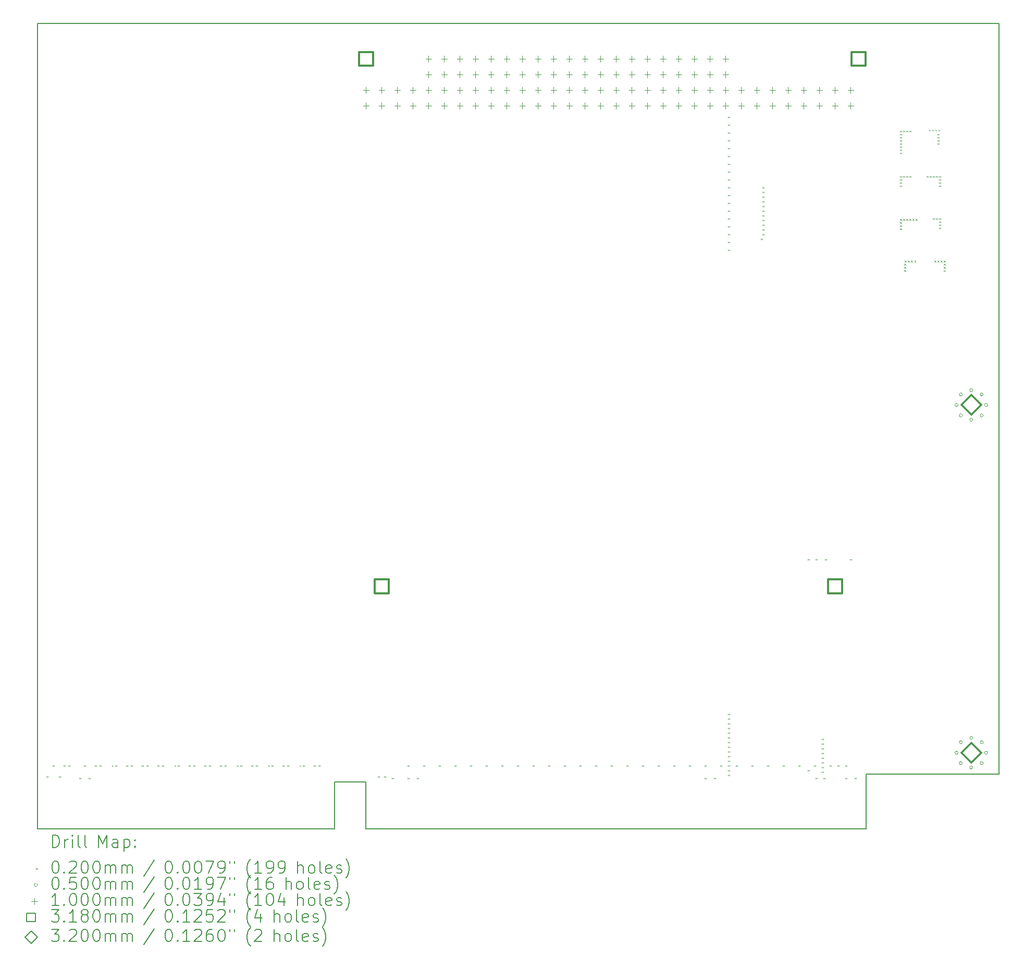
<source format=gbr>
%TF.GenerationSoftware,KiCad,Pcbnew,(7.0.0-0)*%
%TF.CreationDate,2023-03-28T15:20:06+02:00*%
%TF.ProjectId,PC104-ISA-Card,50433130-342d-4495-9341-2d436172642e,rev?*%
%TF.SameCoordinates,Original*%
%TF.FileFunction,Drillmap*%
%TF.FilePolarity,Positive*%
%FSLAX45Y45*%
G04 Gerber Fmt 4.5, Leading zero omitted, Abs format (unit mm)*
G04 Created by KiCad (PCBNEW (7.0.0-0)) date 2023-03-28 15:20:06*
%MOMM*%
%LPD*%
G01*
G04 APERTURE LIST*
%ADD10C,0.150000*%
%ADD11C,0.200000*%
%ADD12C,0.020000*%
%ADD13C,0.050000*%
%ADD14C,0.100000*%
%ADD15C,0.318000*%
%ADD16C,0.320000*%
G04 APERTURE END LIST*
D10*
X4342000Y-16139000D02*
X9168000Y-16139000D01*
X9676000Y-16139000D02*
X17804000Y-16139000D01*
X4342000Y-3048000D02*
X4342000Y-16139000D01*
X19963000Y-15250000D02*
X19963000Y-3048000D01*
X19963000Y-3048000D02*
X4342000Y-3048000D01*
X9676000Y-15377000D02*
X9676000Y-16139000D01*
X17804000Y-16139000D02*
X17804000Y-15250000D01*
X17804000Y-15250000D02*
X19963000Y-15250000D01*
X9168000Y-16139000D02*
X9168000Y-15377000D01*
X9168000Y-15377000D02*
X9676000Y-15377000D01*
D11*
D12*
X4485800Y-15280800D02*
X4505800Y-15300800D01*
X4505800Y-15280800D02*
X4485800Y-15300800D01*
X4587400Y-15103000D02*
X4607400Y-15123000D01*
X4607400Y-15103000D02*
X4587400Y-15123000D01*
X4689000Y-15280800D02*
X4709000Y-15300800D01*
X4709000Y-15280800D02*
X4689000Y-15300800D01*
X4765200Y-15103000D02*
X4785200Y-15123000D01*
X4785200Y-15103000D02*
X4765200Y-15123000D01*
X4841400Y-15103000D02*
X4861400Y-15123000D01*
X4861400Y-15103000D02*
X4841400Y-15123000D01*
X5019200Y-15306200D02*
X5039200Y-15326200D01*
X5039200Y-15306200D02*
X5019200Y-15326200D01*
X5095400Y-15103000D02*
X5115400Y-15123000D01*
X5115400Y-15103000D02*
X5095400Y-15123000D01*
X5171600Y-15306200D02*
X5191600Y-15326200D01*
X5191600Y-15306200D02*
X5171600Y-15326200D01*
X5273200Y-15103000D02*
X5293200Y-15123000D01*
X5293200Y-15103000D02*
X5273200Y-15123000D01*
X5348000Y-15104400D02*
X5368000Y-15124400D01*
X5368000Y-15104400D02*
X5348000Y-15124400D01*
X5545750Y-15103000D02*
X5565750Y-15123000D01*
X5565750Y-15103000D02*
X5545750Y-15123000D01*
X5603400Y-15103000D02*
X5623400Y-15123000D01*
X5623400Y-15103000D02*
X5603400Y-15123000D01*
X5781200Y-15103000D02*
X5801200Y-15123000D01*
X5801200Y-15103000D02*
X5781200Y-15123000D01*
X5857400Y-15103000D02*
X5877400Y-15123000D01*
X5877400Y-15103000D02*
X5857400Y-15123000D01*
X6035200Y-15103000D02*
X6055200Y-15123000D01*
X6055200Y-15103000D02*
X6035200Y-15123000D01*
X6111400Y-15103000D02*
X6131400Y-15123000D01*
X6131400Y-15103000D02*
X6111400Y-15123000D01*
X6289200Y-15103000D02*
X6309200Y-15123000D01*
X6309200Y-15103000D02*
X6289200Y-15123000D01*
X6365400Y-15103000D02*
X6385400Y-15123000D01*
X6385400Y-15103000D02*
X6365400Y-15123000D01*
X6561750Y-15103000D02*
X6581750Y-15123000D01*
X6581750Y-15103000D02*
X6561750Y-15123000D01*
X6619400Y-15103000D02*
X6639400Y-15123000D01*
X6639400Y-15103000D02*
X6619400Y-15123000D01*
X6797200Y-15103000D02*
X6817200Y-15123000D01*
X6817200Y-15103000D02*
X6797200Y-15123000D01*
X6873400Y-15103000D02*
X6893400Y-15123000D01*
X6893400Y-15103000D02*
X6873400Y-15123000D01*
X7051200Y-15103000D02*
X7071200Y-15123000D01*
X7071200Y-15103000D02*
X7051200Y-15123000D01*
X7127400Y-15103000D02*
X7147400Y-15123000D01*
X7147400Y-15103000D02*
X7127400Y-15123000D01*
X7305200Y-15103000D02*
X7325200Y-15123000D01*
X7325200Y-15103000D02*
X7305200Y-15123000D01*
X7381400Y-15103000D02*
X7401400Y-15123000D01*
X7401400Y-15103000D02*
X7381400Y-15123000D01*
X7577750Y-15103000D02*
X7597750Y-15123000D01*
X7597750Y-15103000D02*
X7577750Y-15123000D01*
X7635400Y-15103000D02*
X7655400Y-15123000D01*
X7655400Y-15103000D02*
X7635400Y-15123000D01*
X7813200Y-15103000D02*
X7833200Y-15123000D01*
X7833200Y-15103000D02*
X7813200Y-15123000D01*
X7889400Y-15103000D02*
X7909400Y-15123000D01*
X7909400Y-15103000D02*
X7889400Y-15123000D01*
X8085750Y-15103000D02*
X8105750Y-15123000D01*
X8105750Y-15103000D02*
X8085750Y-15123000D01*
X8143400Y-15103000D02*
X8163400Y-15123000D01*
X8163400Y-15103000D02*
X8143400Y-15123000D01*
X8321200Y-15103000D02*
X8341200Y-15123000D01*
X8341200Y-15103000D02*
X8321200Y-15123000D01*
X8397400Y-15103000D02*
X8417400Y-15123000D01*
X8417400Y-15103000D02*
X8397400Y-15123000D01*
X8593750Y-15103000D02*
X8613750Y-15123000D01*
X8613750Y-15103000D02*
X8593750Y-15123000D01*
X8651400Y-15103000D02*
X8671400Y-15123000D01*
X8671400Y-15103000D02*
X8651400Y-15123000D01*
X8829200Y-15103000D02*
X8849200Y-15123000D01*
X8849200Y-15103000D02*
X8829200Y-15123000D01*
X8905400Y-15103000D02*
X8925400Y-15123000D01*
X8925400Y-15103000D02*
X8905400Y-15123000D01*
X9870600Y-15280800D02*
X9890600Y-15300800D01*
X9890600Y-15280800D02*
X9870600Y-15300800D01*
X9972200Y-15280800D02*
X9992200Y-15300800D01*
X9992200Y-15280800D02*
X9972200Y-15300800D01*
X10099200Y-15306200D02*
X10119200Y-15326200D01*
X10119200Y-15306200D02*
X10099200Y-15326200D01*
X10353200Y-15103000D02*
X10373200Y-15123000D01*
X10373200Y-15103000D02*
X10353200Y-15123000D01*
X10353200Y-15306200D02*
X10373200Y-15326200D01*
X10373200Y-15306200D02*
X10353200Y-15326200D01*
X10505600Y-15306200D02*
X10525600Y-15326200D01*
X10525600Y-15306200D02*
X10505600Y-15326200D01*
X10607200Y-15103000D02*
X10627200Y-15123000D01*
X10627200Y-15103000D02*
X10607200Y-15123000D01*
X10861200Y-15103000D02*
X10881200Y-15123000D01*
X10881200Y-15103000D02*
X10861200Y-15123000D01*
X11115200Y-15103000D02*
X11135200Y-15123000D01*
X11135200Y-15103000D02*
X11115200Y-15123000D01*
X11369200Y-15103000D02*
X11389200Y-15123000D01*
X11389200Y-15103000D02*
X11369200Y-15123000D01*
X11623200Y-15103000D02*
X11643200Y-15123000D01*
X11643200Y-15103000D02*
X11623200Y-15123000D01*
X11877200Y-15103000D02*
X11897200Y-15123000D01*
X11897200Y-15103000D02*
X11877200Y-15123000D01*
X12131200Y-15103000D02*
X12151200Y-15123000D01*
X12151200Y-15103000D02*
X12131200Y-15123000D01*
X12385200Y-15103000D02*
X12405200Y-15123000D01*
X12405200Y-15103000D02*
X12385200Y-15123000D01*
X12639200Y-15103000D02*
X12659200Y-15123000D01*
X12659200Y-15103000D02*
X12639200Y-15123000D01*
X12893200Y-15103000D02*
X12913200Y-15123000D01*
X12913200Y-15103000D02*
X12893200Y-15123000D01*
X13147200Y-15103000D02*
X13167200Y-15123000D01*
X13167200Y-15103000D02*
X13147200Y-15123000D01*
X13401200Y-15103000D02*
X13421200Y-15123000D01*
X13421200Y-15103000D02*
X13401200Y-15123000D01*
X13655200Y-15103000D02*
X13675200Y-15123000D01*
X13675200Y-15103000D02*
X13655200Y-15123000D01*
X13909200Y-15103000D02*
X13929200Y-15123000D01*
X13929200Y-15103000D02*
X13909200Y-15123000D01*
X14163200Y-15103000D02*
X14183200Y-15123000D01*
X14183200Y-15103000D02*
X14163200Y-15123000D01*
X14417200Y-15103000D02*
X14437200Y-15123000D01*
X14437200Y-15103000D02*
X14417200Y-15123000D01*
X14671200Y-15103000D02*
X14691200Y-15123000D01*
X14691200Y-15103000D02*
X14671200Y-15123000D01*
X14925200Y-15103000D02*
X14945200Y-15123000D01*
X14945200Y-15103000D02*
X14925200Y-15123000D01*
X15179200Y-15103000D02*
X15199200Y-15123000D01*
X15199200Y-15103000D02*
X15179200Y-15123000D01*
X15179200Y-15306200D02*
X15199200Y-15326200D01*
X15199200Y-15306200D02*
X15179200Y-15326200D01*
X15331600Y-15306200D02*
X15351600Y-15326200D01*
X15351600Y-15306200D02*
X15331600Y-15326200D01*
X15433200Y-15103000D02*
X15453200Y-15123000D01*
X15453200Y-15103000D02*
X15433200Y-15123000D01*
X15560200Y-4562000D02*
X15580200Y-4582000D01*
X15580200Y-4562000D02*
X15560200Y-4582000D01*
X15560200Y-4689000D02*
X15580200Y-4709000D01*
X15580200Y-4689000D02*
X15560200Y-4709000D01*
X15560200Y-4816000D02*
X15580200Y-4836000D01*
X15580200Y-4816000D02*
X15560200Y-4836000D01*
X15560200Y-4943000D02*
X15580200Y-4963000D01*
X15580200Y-4943000D02*
X15560200Y-4963000D01*
X15560200Y-5070000D02*
X15580200Y-5090000D01*
X15580200Y-5070000D02*
X15560200Y-5090000D01*
X15560200Y-5197000D02*
X15580200Y-5217000D01*
X15580200Y-5197000D02*
X15560200Y-5217000D01*
X15560200Y-5324000D02*
X15580200Y-5344000D01*
X15580200Y-5324000D02*
X15560200Y-5344000D01*
X15560200Y-5451000D02*
X15580200Y-5471000D01*
X15580200Y-5451000D02*
X15560200Y-5471000D01*
X15560200Y-5578000D02*
X15580200Y-5598000D01*
X15580200Y-5578000D02*
X15560200Y-5598000D01*
X15560200Y-5705000D02*
X15580200Y-5725000D01*
X15580200Y-5705000D02*
X15560200Y-5725000D01*
X15560200Y-5832000D02*
X15580200Y-5852000D01*
X15580200Y-5832000D02*
X15560200Y-5852000D01*
X15560200Y-5959000D02*
X15580200Y-5979000D01*
X15580200Y-5959000D02*
X15560200Y-5979000D01*
X15560200Y-6086000D02*
X15580200Y-6106000D01*
X15580200Y-6086000D02*
X15560200Y-6106000D01*
X15560200Y-6213000D02*
X15580200Y-6233000D01*
X15580200Y-6213000D02*
X15560200Y-6233000D01*
X15560200Y-6340000D02*
X15580200Y-6360000D01*
X15580200Y-6340000D02*
X15560200Y-6360000D01*
X15560200Y-6467000D02*
X15580200Y-6487000D01*
X15580200Y-6467000D02*
X15560200Y-6487000D01*
X15560200Y-6594000D02*
X15580200Y-6614000D01*
X15580200Y-6594000D02*
X15560200Y-6614000D01*
X15560200Y-6721000D02*
X15580200Y-6741000D01*
X15580200Y-6721000D02*
X15560200Y-6741000D01*
X15560200Y-14264800D02*
X15580200Y-14284800D01*
X15580200Y-14264800D02*
X15560200Y-14284800D01*
X15560200Y-14341000D02*
X15580200Y-14361000D01*
X15580200Y-14341000D02*
X15560200Y-14361000D01*
X15560200Y-14417200D02*
X15580200Y-14437200D01*
X15580200Y-14417200D02*
X15560200Y-14437200D01*
X15560200Y-14493400D02*
X15580200Y-14513400D01*
X15580200Y-14493400D02*
X15560200Y-14513400D01*
X15560200Y-14569600D02*
X15580200Y-14589600D01*
X15580200Y-14569600D02*
X15560200Y-14589600D01*
X15560200Y-14645800D02*
X15580200Y-14665800D01*
X15580200Y-14645800D02*
X15560200Y-14665800D01*
X15560200Y-14722000D02*
X15580200Y-14742000D01*
X15580200Y-14722000D02*
X15560200Y-14742000D01*
X15560200Y-14798200D02*
X15580200Y-14818200D01*
X15580200Y-14798200D02*
X15560200Y-14818200D01*
X15560200Y-14874400D02*
X15580200Y-14894400D01*
X15580200Y-14874400D02*
X15560200Y-14894400D01*
X15560200Y-14950600D02*
X15580200Y-14970600D01*
X15580200Y-14950600D02*
X15560200Y-14970600D01*
X15560200Y-15026800D02*
X15580200Y-15046800D01*
X15580200Y-15026800D02*
X15560200Y-15046800D01*
X15560200Y-15103000D02*
X15580200Y-15123000D01*
X15580200Y-15103000D02*
X15560200Y-15123000D01*
X15560200Y-15179200D02*
X15580200Y-15199200D01*
X15580200Y-15179200D02*
X15560200Y-15199200D01*
X15560200Y-15255400D02*
X15580200Y-15275400D01*
X15580200Y-15255400D02*
X15560200Y-15275400D01*
X15687200Y-15103000D02*
X15707200Y-15123000D01*
X15707200Y-15103000D02*
X15687200Y-15123000D01*
X15941200Y-15103000D02*
X15961200Y-15123000D01*
X15961200Y-15103000D02*
X15941200Y-15123000D01*
X16093600Y-6543200D02*
X16113600Y-6563200D01*
X16113600Y-6543200D02*
X16093600Y-6563200D01*
X16119000Y-5705000D02*
X16139000Y-5725000D01*
X16139000Y-5705000D02*
X16119000Y-5725000D01*
X16119000Y-5781200D02*
X16139000Y-5801200D01*
X16139000Y-5781200D02*
X16119000Y-5801200D01*
X16119000Y-5857400D02*
X16139000Y-5877400D01*
X16139000Y-5857400D02*
X16119000Y-5877400D01*
X16119000Y-5933600D02*
X16139000Y-5953600D01*
X16139000Y-5933600D02*
X16119000Y-5953600D01*
X16119000Y-6009800D02*
X16139000Y-6029800D01*
X16139000Y-6009800D02*
X16119000Y-6029800D01*
X16119000Y-6086000D02*
X16139000Y-6106000D01*
X16139000Y-6086000D02*
X16119000Y-6106000D01*
X16119000Y-6162200D02*
X16139000Y-6182200D01*
X16139000Y-6162200D02*
X16119000Y-6182200D01*
X16119000Y-6238400D02*
X16139000Y-6258400D01*
X16139000Y-6238400D02*
X16119000Y-6258400D01*
X16119000Y-6314600D02*
X16139000Y-6334600D01*
X16139000Y-6314600D02*
X16119000Y-6334600D01*
X16119000Y-6390800D02*
X16139000Y-6410800D01*
X16139000Y-6390800D02*
X16119000Y-6410800D01*
X16119000Y-6467000D02*
X16139000Y-6487000D01*
X16139000Y-6467000D02*
X16119000Y-6487000D01*
X16195200Y-15103000D02*
X16215200Y-15123000D01*
X16215200Y-15103000D02*
X16195200Y-15123000D01*
X16449200Y-15103000D02*
X16469200Y-15123000D01*
X16469200Y-15103000D02*
X16449200Y-15123000D01*
X16703200Y-15103000D02*
X16723200Y-15123000D01*
X16723200Y-15103000D02*
X16703200Y-15123000D01*
X16855600Y-11750200D02*
X16875600Y-11770200D01*
X16875600Y-11750200D02*
X16855600Y-11770200D01*
X16855600Y-15179200D02*
X16875600Y-15199200D01*
X16875600Y-15179200D02*
X16855600Y-15199200D01*
X16957200Y-15103000D02*
X16977200Y-15123000D01*
X16977200Y-15103000D02*
X16957200Y-15123000D01*
X16982600Y-11750200D02*
X17002600Y-11770200D01*
X17002600Y-11750200D02*
X16982600Y-11770200D01*
X16982600Y-15306200D02*
X17002600Y-15326200D01*
X17002600Y-15306200D02*
X16982600Y-15326200D01*
X17084200Y-14671200D02*
X17104200Y-14691200D01*
X17104200Y-14671200D02*
X17084200Y-14691200D01*
X17084200Y-14747400D02*
X17104200Y-14767400D01*
X17104200Y-14747400D02*
X17084200Y-14767400D01*
X17084200Y-14823600D02*
X17104200Y-14843600D01*
X17104200Y-14823600D02*
X17084200Y-14843600D01*
X17084200Y-14899800D02*
X17104200Y-14919800D01*
X17104200Y-14899800D02*
X17084200Y-14919800D01*
X17084200Y-14976000D02*
X17104200Y-14996000D01*
X17104200Y-14976000D02*
X17084200Y-14996000D01*
X17084200Y-15052200D02*
X17104200Y-15072200D01*
X17104200Y-15052200D02*
X17084200Y-15072200D01*
X17084200Y-15128400D02*
X17104200Y-15148400D01*
X17104200Y-15128400D02*
X17084200Y-15148400D01*
X17084200Y-15204600D02*
X17104200Y-15224600D01*
X17104200Y-15204600D02*
X17084200Y-15224600D01*
X17109600Y-15306200D02*
X17129600Y-15326200D01*
X17129600Y-15306200D02*
X17109600Y-15326200D01*
X17135000Y-11750200D02*
X17155000Y-11770200D01*
X17155000Y-11750200D02*
X17135000Y-11770200D01*
X17211200Y-15103000D02*
X17231200Y-15123000D01*
X17231200Y-15103000D02*
X17211200Y-15123000D01*
X17338200Y-15103000D02*
X17358200Y-15123000D01*
X17358200Y-15103000D02*
X17338200Y-15123000D01*
X17465200Y-15103000D02*
X17485200Y-15123000D01*
X17485200Y-15103000D02*
X17465200Y-15123000D01*
X17465200Y-15306200D02*
X17485200Y-15326200D01*
X17485200Y-15306200D02*
X17465200Y-15326200D01*
X17541400Y-11750200D02*
X17561400Y-11770200D01*
X17561400Y-11750200D02*
X17541400Y-11770200D01*
X17617600Y-15306200D02*
X17637600Y-15326200D01*
X17637600Y-15306200D02*
X17617600Y-15326200D01*
X18353900Y-6226000D02*
X18373900Y-6246000D01*
X18373900Y-6226000D02*
X18353900Y-6246000D01*
X18354200Y-4790600D02*
X18374200Y-4810600D01*
X18374200Y-4790600D02*
X18354200Y-4810600D01*
X18354200Y-4841400D02*
X18374200Y-4861400D01*
X18374200Y-4841400D02*
X18354200Y-4861400D01*
X18354200Y-4892200D02*
X18374200Y-4912200D01*
X18374200Y-4892200D02*
X18354200Y-4912200D01*
X18354200Y-4943000D02*
X18374200Y-4963000D01*
X18374200Y-4943000D02*
X18354200Y-4963000D01*
X18354200Y-4993800D02*
X18374200Y-5013800D01*
X18374200Y-4993800D02*
X18354200Y-5013800D01*
X18354200Y-5044600D02*
X18374200Y-5064600D01*
X18374200Y-5044600D02*
X18354200Y-5064600D01*
X18354200Y-5095400D02*
X18374200Y-5115400D01*
X18374200Y-5095400D02*
X18354200Y-5115400D01*
X18354200Y-5146200D02*
X18374200Y-5166200D01*
X18374200Y-5146200D02*
X18354200Y-5166200D01*
X18354200Y-5527200D02*
X18374200Y-5547200D01*
X18374200Y-5527200D02*
X18354200Y-5547200D01*
X18354200Y-5578000D02*
X18374200Y-5598000D01*
X18374200Y-5578000D02*
X18354200Y-5598000D01*
X18354200Y-5628800D02*
X18374200Y-5648800D01*
X18374200Y-5628800D02*
X18354200Y-5648800D01*
X18354200Y-5679600D02*
X18374200Y-5699600D01*
X18374200Y-5679600D02*
X18354200Y-5699600D01*
X18354200Y-6279040D02*
X18374200Y-6299040D01*
X18374200Y-6279040D02*
X18354200Y-6299040D01*
X18354200Y-6329840D02*
X18374200Y-6349840D01*
X18374200Y-6329840D02*
X18354200Y-6349840D01*
X18354200Y-6380640D02*
X18374200Y-6400640D01*
X18374200Y-6380640D02*
X18354200Y-6400640D01*
X18405000Y-4790600D02*
X18425000Y-4810600D01*
X18425000Y-4790600D02*
X18405000Y-4810600D01*
X18405000Y-5527200D02*
X18425000Y-5547200D01*
X18425000Y-5527200D02*
X18405000Y-5547200D01*
X18405000Y-6228240D02*
X18425000Y-6248240D01*
X18425000Y-6228240D02*
X18405000Y-6248240D01*
X18420240Y-6954680D02*
X18440240Y-6974680D01*
X18440240Y-6954680D02*
X18420240Y-6974680D01*
X18420240Y-7005480D02*
X18440240Y-7025480D01*
X18440240Y-7005480D02*
X18420240Y-7025480D01*
X18420240Y-7056280D02*
X18440240Y-7076280D01*
X18440240Y-7056280D02*
X18420240Y-7076280D01*
X18430400Y-6903880D02*
X18450400Y-6923880D01*
X18450400Y-6903880D02*
X18430400Y-6923880D01*
X18455800Y-4790600D02*
X18475800Y-4810600D01*
X18475800Y-4790600D02*
X18455800Y-4810600D01*
X18455800Y-5527200D02*
X18475800Y-5547200D01*
X18475800Y-5527200D02*
X18455800Y-5547200D01*
X18455800Y-6228240D02*
X18475800Y-6248240D01*
X18475800Y-6228240D02*
X18455800Y-6248240D01*
X18481200Y-6903880D02*
X18501200Y-6923880D01*
X18501200Y-6903880D02*
X18481200Y-6923880D01*
X18506600Y-4790600D02*
X18526600Y-4810600D01*
X18526600Y-4790600D02*
X18506600Y-4810600D01*
X18506600Y-5527200D02*
X18526600Y-5547200D01*
X18526600Y-5527200D02*
X18506600Y-5547200D01*
X18506600Y-6228240D02*
X18526600Y-6248240D01*
X18526600Y-6228240D02*
X18506600Y-6248240D01*
X18532000Y-6903880D02*
X18552000Y-6923880D01*
X18552000Y-6903880D02*
X18532000Y-6923880D01*
X18557400Y-6228240D02*
X18577400Y-6248240D01*
X18577400Y-6228240D02*
X18557400Y-6248240D01*
X18585340Y-6903940D02*
X18605340Y-6923940D01*
X18605340Y-6903940D02*
X18585340Y-6923940D01*
X18608200Y-6228240D02*
X18628200Y-6248240D01*
X18628200Y-6228240D02*
X18608200Y-6248240D01*
X18786000Y-5527200D02*
X18806000Y-5547200D01*
X18806000Y-5527200D02*
X18786000Y-5547200D01*
X18824100Y-4777900D02*
X18844100Y-4797900D01*
X18844100Y-4777900D02*
X18824100Y-4797900D01*
X18836800Y-5527200D02*
X18856800Y-5547200D01*
X18856800Y-5527200D02*
X18836800Y-5547200D01*
X18874900Y-4777900D02*
X18894900Y-4797900D01*
X18894900Y-4777900D02*
X18874900Y-4797900D01*
X18887600Y-5527200D02*
X18907600Y-5547200D01*
X18907600Y-5527200D02*
X18887600Y-5547200D01*
X18887600Y-6213000D02*
X18907600Y-6233000D01*
X18907600Y-6213000D02*
X18887600Y-6233000D01*
X18913000Y-6903880D02*
X18933000Y-6923880D01*
X18933000Y-6903880D02*
X18913000Y-6923880D01*
X18925700Y-4777900D02*
X18945700Y-4797900D01*
X18945700Y-4777900D02*
X18925700Y-4797900D01*
X18938400Y-5527200D02*
X18958400Y-5547200D01*
X18958400Y-5527200D02*
X18938400Y-5547200D01*
X18938400Y-6213000D02*
X18958400Y-6233000D01*
X18958400Y-6213000D02*
X18938400Y-6233000D01*
X18963800Y-4841400D02*
X18983800Y-4861400D01*
X18983800Y-4841400D02*
X18963800Y-4861400D01*
X18963800Y-4892200D02*
X18983800Y-4912200D01*
X18983800Y-4892200D02*
X18963800Y-4912200D01*
X18963800Y-4943000D02*
X18983800Y-4963000D01*
X18983800Y-4943000D02*
X18963800Y-4963000D01*
X18963800Y-4993800D02*
X18983800Y-5013800D01*
X18983800Y-4993800D02*
X18963800Y-5013800D01*
X18963800Y-6903880D02*
X18983800Y-6923880D01*
X18983800Y-6903880D02*
X18963800Y-6923880D01*
X18976500Y-4777900D02*
X18996500Y-4797900D01*
X18996500Y-4777900D02*
X18976500Y-4797900D01*
X18989200Y-5527200D02*
X19009200Y-5547200D01*
X19009200Y-5527200D02*
X18989200Y-5547200D01*
X18989200Y-5578000D02*
X19009200Y-5598000D01*
X19009200Y-5578000D02*
X18989200Y-5598000D01*
X18989200Y-5628800D02*
X19009200Y-5648800D01*
X19009200Y-5628800D02*
X18989200Y-5648800D01*
X18989200Y-5679600D02*
X19009200Y-5699600D01*
X19009200Y-5679600D02*
X18989200Y-5699600D01*
X18989200Y-6213000D02*
X19009200Y-6233000D01*
X19009200Y-6213000D02*
X18989200Y-6233000D01*
X18989200Y-6263800D02*
X19009200Y-6283800D01*
X19009200Y-6263800D02*
X18989200Y-6283800D01*
X18989200Y-6314600D02*
X19009200Y-6334600D01*
X19009200Y-6314600D02*
X18989200Y-6334600D01*
X18989200Y-6365400D02*
X19009200Y-6385400D01*
X19009200Y-6365400D02*
X18989200Y-6385400D01*
X19014600Y-6903880D02*
X19034600Y-6923880D01*
X19034600Y-6903880D02*
X19014600Y-6923880D01*
X19065400Y-6903880D02*
X19085400Y-6923880D01*
X19085400Y-6903880D02*
X19065400Y-6923880D01*
X19065400Y-6954680D02*
X19085400Y-6974680D01*
X19085400Y-6954680D02*
X19065400Y-6974680D01*
X19065400Y-7005480D02*
X19085400Y-7025480D01*
X19085400Y-7005480D02*
X19065400Y-7025480D01*
X19065400Y-7061360D02*
X19085400Y-7081360D01*
X19085400Y-7061360D02*
X19065400Y-7081360D01*
D13*
X19293000Y-9250000D02*
G75*
G03*
X19293000Y-9250000I-25000J0D01*
G01*
X19293000Y-14901500D02*
G75*
G03*
X19293000Y-14901500I-25000J0D01*
G01*
X19363294Y-9080294D02*
G75*
G03*
X19363294Y-9080294I-25000J0D01*
G01*
X19363294Y-9419706D02*
G75*
G03*
X19363294Y-9419706I-25000J0D01*
G01*
X19363294Y-14731794D02*
G75*
G03*
X19363294Y-14731794I-25000J0D01*
G01*
X19363294Y-15071206D02*
G75*
G03*
X19363294Y-15071206I-25000J0D01*
G01*
X19533000Y-9010000D02*
G75*
G03*
X19533000Y-9010000I-25000J0D01*
G01*
X19533000Y-9490000D02*
G75*
G03*
X19533000Y-9490000I-25000J0D01*
G01*
X19533000Y-14661500D02*
G75*
G03*
X19533000Y-14661500I-25000J0D01*
G01*
X19533000Y-15141500D02*
G75*
G03*
X19533000Y-15141500I-25000J0D01*
G01*
X19702706Y-9080294D02*
G75*
G03*
X19702706Y-9080294I-25000J0D01*
G01*
X19702706Y-9419706D02*
G75*
G03*
X19702706Y-9419706I-25000J0D01*
G01*
X19702706Y-14731794D02*
G75*
G03*
X19702706Y-14731794I-25000J0D01*
G01*
X19702706Y-15071206D02*
G75*
G03*
X19702706Y-15071206I-25000J0D01*
G01*
X19773000Y-9250000D02*
G75*
G03*
X19773000Y-9250000I-25000J0D01*
G01*
X19773000Y-14901500D02*
G75*
G03*
X19773000Y-14901500I-25000J0D01*
G01*
D14*
X9676000Y-4083000D02*
X9676000Y-4183000D01*
X9626000Y-4133000D02*
X9726000Y-4133000D01*
X9676000Y-4337000D02*
X9676000Y-4437000D01*
X9626000Y-4387000D02*
X9726000Y-4387000D01*
X9930000Y-4083000D02*
X9930000Y-4183000D01*
X9880000Y-4133000D02*
X9980000Y-4133000D01*
X9930000Y-4337000D02*
X9930000Y-4437000D01*
X9880000Y-4387000D02*
X9980000Y-4387000D01*
X10184000Y-4083000D02*
X10184000Y-4183000D01*
X10134000Y-4133000D02*
X10234000Y-4133000D01*
X10184000Y-4337000D02*
X10184000Y-4437000D01*
X10134000Y-4387000D02*
X10234000Y-4387000D01*
X10438000Y-4083000D02*
X10438000Y-4183000D01*
X10388000Y-4133000D02*
X10488000Y-4133000D01*
X10438000Y-4337000D02*
X10438000Y-4437000D01*
X10388000Y-4387000D02*
X10488000Y-4387000D01*
X10692000Y-3575000D02*
X10692000Y-3675000D01*
X10642000Y-3625000D02*
X10742000Y-3625000D01*
X10692000Y-3829000D02*
X10692000Y-3929000D01*
X10642000Y-3879000D02*
X10742000Y-3879000D01*
X10692000Y-4083000D02*
X10692000Y-4183000D01*
X10642000Y-4133000D02*
X10742000Y-4133000D01*
X10692000Y-4337000D02*
X10692000Y-4437000D01*
X10642000Y-4387000D02*
X10742000Y-4387000D01*
X10946000Y-3575000D02*
X10946000Y-3675000D01*
X10896000Y-3625000D02*
X10996000Y-3625000D01*
X10946000Y-3829000D02*
X10946000Y-3929000D01*
X10896000Y-3879000D02*
X10996000Y-3879000D01*
X10946000Y-4083000D02*
X10946000Y-4183000D01*
X10896000Y-4133000D02*
X10996000Y-4133000D01*
X10946000Y-4337000D02*
X10946000Y-4437000D01*
X10896000Y-4387000D02*
X10996000Y-4387000D01*
X11200000Y-3575000D02*
X11200000Y-3675000D01*
X11150000Y-3625000D02*
X11250000Y-3625000D01*
X11200000Y-3829000D02*
X11200000Y-3929000D01*
X11150000Y-3879000D02*
X11250000Y-3879000D01*
X11200000Y-4083000D02*
X11200000Y-4183000D01*
X11150000Y-4133000D02*
X11250000Y-4133000D01*
X11200000Y-4337000D02*
X11200000Y-4437000D01*
X11150000Y-4387000D02*
X11250000Y-4387000D01*
X11454000Y-3575000D02*
X11454000Y-3675000D01*
X11404000Y-3625000D02*
X11504000Y-3625000D01*
X11454000Y-3829000D02*
X11454000Y-3929000D01*
X11404000Y-3879000D02*
X11504000Y-3879000D01*
X11454000Y-4083000D02*
X11454000Y-4183000D01*
X11404000Y-4133000D02*
X11504000Y-4133000D01*
X11454000Y-4337000D02*
X11454000Y-4437000D01*
X11404000Y-4387000D02*
X11504000Y-4387000D01*
X11708000Y-3575000D02*
X11708000Y-3675000D01*
X11658000Y-3625000D02*
X11758000Y-3625000D01*
X11708000Y-3829000D02*
X11708000Y-3929000D01*
X11658000Y-3879000D02*
X11758000Y-3879000D01*
X11708000Y-4083000D02*
X11708000Y-4183000D01*
X11658000Y-4133000D02*
X11758000Y-4133000D01*
X11708000Y-4337000D02*
X11708000Y-4437000D01*
X11658000Y-4387000D02*
X11758000Y-4387000D01*
X11962000Y-3575000D02*
X11962000Y-3675000D01*
X11912000Y-3625000D02*
X12012000Y-3625000D01*
X11962000Y-3829000D02*
X11962000Y-3929000D01*
X11912000Y-3879000D02*
X12012000Y-3879000D01*
X11962000Y-4083000D02*
X11962000Y-4183000D01*
X11912000Y-4133000D02*
X12012000Y-4133000D01*
X11962000Y-4337000D02*
X11962000Y-4437000D01*
X11912000Y-4387000D02*
X12012000Y-4387000D01*
X12216000Y-3575000D02*
X12216000Y-3675000D01*
X12166000Y-3625000D02*
X12266000Y-3625000D01*
X12216000Y-3829000D02*
X12216000Y-3929000D01*
X12166000Y-3879000D02*
X12266000Y-3879000D01*
X12216000Y-4083000D02*
X12216000Y-4183000D01*
X12166000Y-4133000D02*
X12266000Y-4133000D01*
X12216000Y-4337000D02*
X12216000Y-4437000D01*
X12166000Y-4387000D02*
X12266000Y-4387000D01*
X12470000Y-3575000D02*
X12470000Y-3675000D01*
X12420000Y-3625000D02*
X12520000Y-3625000D01*
X12470000Y-3829000D02*
X12470000Y-3929000D01*
X12420000Y-3879000D02*
X12520000Y-3879000D01*
X12470000Y-4083000D02*
X12470000Y-4183000D01*
X12420000Y-4133000D02*
X12520000Y-4133000D01*
X12470000Y-4337000D02*
X12470000Y-4437000D01*
X12420000Y-4387000D02*
X12520000Y-4387000D01*
X12724000Y-3575000D02*
X12724000Y-3675000D01*
X12674000Y-3625000D02*
X12774000Y-3625000D01*
X12724000Y-3829000D02*
X12724000Y-3929000D01*
X12674000Y-3879000D02*
X12774000Y-3879000D01*
X12724000Y-4083000D02*
X12724000Y-4183000D01*
X12674000Y-4133000D02*
X12774000Y-4133000D01*
X12724000Y-4337000D02*
X12724000Y-4437000D01*
X12674000Y-4387000D02*
X12774000Y-4387000D01*
X12978000Y-3575000D02*
X12978000Y-3675000D01*
X12928000Y-3625000D02*
X13028000Y-3625000D01*
X12978000Y-3829000D02*
X12978000Y-3929000D01*
X12928000Y-3879000D02*
X13028000Y-3879000D01*
X12978000Y-4083000D02*
X12978000Y-4183000D01*
X12928000Y-4133000D02*
X13028000Y-4133000D01*
X12978000Y-4337000D02*
X12978000Y-4437000D01*
X12928000Y-4387000D02*
X13028000Y-4387000D01*
X13232000Y-3575000D02*
X13232000Y-3675000D01*
X13182000Y-3625000D02*
X13282000Y-3625000D01*
X13232000Y-3829000D02*
X13232000Y-3929000D01*
X13182000Y-3879000D02*
X13282000Y-3879000D01*
X13232000Y-4083000D02*
X13232000Y-4183000D01*
X13182000Y-4133000D02*
X13282000Y-4133000D01*
X13232000Y-4337000D02*
X13232000Y-4437000D01*
X13182000Y-4387000D02*
X13282000Y-4387000D01*
X13486000Y-3575000D02*
X13486000Y-3675000D01*
X13436000Y-3625000D02*
X13536000Y-3625000D01*
X13486000Y-3829000D02*
X13486000Y-3929000D01*
X13436000Y-3879000D02*
X13536000Y-3879000D01*
X13486000Y-4083000D02*
X13486000Y-4183000D01*
X13436000Y-4133000D02*
X13536000Y-4133000D01*
X13486000Y-4337000D02*
X13486000Y-4437000D01*
X13436000Y-4387000D02*
X13536000Y-4387000D01*
X13740000Y-3575000D02*
X13740000Y-3675000D01*
X13690000Y-3625000D02*
X13790000Y-3625000D01*
X13740000Y-3829000D02*
X13740000Y-3929000D01*
X13690000Y-3879000D02*
X13790000Y-3879000D01*
X13740000Y-4083000D02*
X13740000Y-4183000D01*
X13690000Y-4133000D02*
X13790000Y-4133000D01*
X13740000Y-4337000D02*
X13740000Y-4437000D01*
X13690000Y-4387000D02*
X13790000Y-4387000D01*
X13994000Y-3575000D02*
X13994000Y-3675000D01*
X13944000Y-3625000D02*
X14044000Y-3625000D01*
X13994000Y-3829000D02*
X13994000Y-3929000D01*
X13944000Y-3879000D02*
X14044000Y-3879000D01*
X13994000Y-4083000D02*
X13994000Y-4183000D01*
X13944000Y-4133000D02*
X14044000Y-4133000D01*
X13994000Y-4337000D02*
X13994000Y-4437000D01*
X13944000Y-4387000D02*
X14044000Y-4387000D01*
X14248000Y-3575000D02*
X14248000Y-3675000D01*
X14198000Y-3625000D02*
X14298000Y-3625000D01*
X14248000Y-3829000D02*
X14248000Y-3929000D01*
X14198000Y-3879000D02*
X14298000Y-3879000D01*
X14248000Y-4083000D02*
X14248000Y-4183000D01*
X14198000Y-4133000D02*
X14298000Y-4133000D01*
X14248000Y-4337000D02*
X14248000Y-4437000D01*
X14198000Y-4387000D02*
X14298000Y-4387000D01*
X14502000Y-3575000D02*
X14502000Y-3675000D01*
X14452000Y-3625000D02*
X14552000Y-3625000D01*
X14502000Y-3829000D02*
X14502000Y-3929000D01*
X14452000Y-3879000D02*
X14552000Y-3879000D01*
X14502000Y-4083000D02*
X14502000Y-4183000D01*
X14452000Y-4133000D02*
X14552000Y-4133000D01*
X14502000Y-4337000D02*
X14502000Y-4437000D01*
X14452000Y-4387000D02*
X14552000Y-4387000D01*
X14756000Y-3575000D02*
X14756000Y-3675000D01*
X14706000Y-3625000D02*
X14806000Y-3625000D01*
X14756000Y-3829000D02*
X14756000Y-3929000D01*
X14706000Y-3879000D02*
X14806000Y-3879000D01*
X14756000Y-4083000D02*
X14756000Y-4183000D01*
X14706000Y-4133000D02*
X14806000Y-4133000D01*
X14756000Y-4337000D02*
X14756000Y-4437000D01*
X14706000Y-4387000D02*
X14806000Y-4387000D01*
X15010000Y-3575000D02*
X15010000Y-3675000D01*
X14960000Y-3625000D02*
X15060000Y-3625000D01*
X15010000Y-3829000D02*
X15010000Y-3929000D01*
X14960000Y-3879000D02*
X15060000Y-3879000D01*
X15010000Y-4083000D02*
X15010000Y-4183000D01*
X14960000Y-4133000D02*
X15060000Y-4133000D01*
X15010000Y-4337000D02*
X15010000Y-4437000D01*
X14960000Y-4387000D02*
X15060000Y-4387000D01*
X15264000Y-3575000D02*
X15264000Y-3675000D01*
X15214000Y-3625000D02*
X15314000Y-3625000D01*
X15264000Y-3829000D02*
X15264000Y-3929000D01*
X15214000Y-3879000D02*
X15314000Y-3879000D01*
X15264000Y-4083000D02*
X15264000Y-4183000D01*
X15214000Y-4133000D02*
X15314000Y-4133000D01*
X15264000Y-4337000D02*
X15264000Y-4437000D01*
X15214000Y-4387000D02*
X15314000Y-4387000D01*
X15518000Y-3575000D02*
X15518000Y-3675000D01*
X15468000Y-3625000D02*
X15568000Y-3625000D01*
X15518000Y-3829000D02*
X15518000Y-3929000D01*
X15468000Y-3879000D02*
X15568000Y-3879000D01*
X15518000Y-4083000D02*
X15518000Y-4183000D01*
X15468000Y-4133000D02*
X15568000Y-4133000D01*
X15518000Y-4337000D02*
X15518000Y-4437000D01*
X15468000Y-4387000D02*
X15568000Y-4387000D01*
X15772000Y-4083000D02*
X15772000Y-4183000D01*
X15722000Y-4133000D02*
X15822000Y-4133000D01*
X15772000Y-4337000D02*
X15772000Y-4437000D01*
X15722000Y-4387000D02*
X15822000Y-4387000D01*
X16026000Y-4083000D02*
X16026000Y-4183000D01*
X15976000Y-4133000D02*
X16076000Y-4133000D01*
X16026000Y-4337000D02*
X16026000Y-4437000D01*
X15976000Y-4387000D02*
X16076000Y-4387000D01*
X16280000Y-4083000D02*
X16280000Y-4183000D01*
X16230000Y-4133000D02*
X16330000Y-4133000D01*
X16280000Y-4337000D02*
X16280000Y-4437000D01*
X16230000Y-4387000D02*
X16330000Y-4387000D01*
X16534000Y-4083000D02*
X16534000Y-4183000D01*
X16484000Y-4133000D02*
X16584000Y-4133000D01*
X16534000Y-4337000D02*
X16534000Y-4437000D01*
X16484000Y-4387000D02*
X16584000Y-4387000D01*
X16788000Y-4083000D02*
X16788000Y-4183000D01*
X16738000Y-4133000D02*
X16838000Y-4133000D01*
X16788000Y-4337000D02*
X16788000Y-4437000D01*
X16738000Y-4387000D02*
X16838000Y-4387000D01*
X17042000Y-4083000D02*
X17042000Y-4183000D01*
X16992000Y-4133000D02*
X17092000Y-4133000D01*
X17042000Y-4337000D02*
X17042000Y-4437000D01*
X16992000Y-4387000D02*
X17092000Y-4387000D01*
X17296000Y-4083000D02*
X17296000Y-4183000D01*
X17246000Y-4133000D02*
X17346000Y-4133000D01*
X17296000Y-4337000D02*
X17296000Y-4437000D01*
X17246000Y-4387000D02*
X17346000Y-4387000D01*
X17550000Y-4083000D02*
X17550000Y-4183000D01*
X17500000Y-4133000D02*
X17600000Y-4133000D01*
X17550000Y-4337000D02*
X17550000Y-4437000D01*
X17500000Y-4387000D02*
X17600000Y-4387000D01*
D15*
X9788431Y-3737431D02*
X9788431Y-3512569D01*
X9563569Y-3512569D01*
X9563569Y-3737431D01*
X9788431Y-3737431D01*
X10042431Y-12310431D02*
X10042431Y-12085569D01*
X9817569Y-12085569D01*
X9817569Y-12310431D01*
X10042431Y-12310431D01*
X17408431Y-12310431D02*
X17408431Y-12085569D01*
X17183569Y-12085569D01*
X17183569Y-12310431D01*
X17408431Y-12310431D01*
X17789431Y-3737431D02*
X17789431Y-3512569D01*
X17564569Y-3512569D01*
X17564569Y-3737431D01*
X17789431Y-3737431D01*
D16*
X19508000Y-9410000D02*
X19668000Y-9250000D01*
X19508000Y-9090000D01*
X19348000Y-9250000D01*
X19508000Y-9410000D01*
X19508000Y-15061500D02*
X19668000Y-14901500D01*
X19508000Y-14741500D01*
X19348000Y-14901500D01*
X19508000Y-15061500D01*
D11*
X4582119Y-16439976D02*
X4582119Y-16239976D01*
X4582119Y-16239976D02*
X4629738Y-16239976D01*
X4629738Y-16239976D02*
X4658310Y-16249500D01*
X4658310Y-16249500D02*
X4677357Y-16268548D01*
X4677357Y-16268548D02*
X4686881Y-16287595D01*
X4686881Y-16287595D02*
X4696405Y-16325690D01*
X4696405Y-16325690D02*
X4696405Y-16354262D01*
X4696405Y-16354262D02*
X4686881Y-16392357D01*
X4686881Y-16392357D02*
X4677357Y-16411405D01*
X4677357Y-16411405D02*
X4658310Y-16430452D01*
X4658310Y-16430452D02*
X4629738Y-16439976D01*
X4629738Y-16439976D02*
X4582119Y-16439976D01*
X4782119Y-16439976D02*
X4782119Y-16306643D01*
X4782119Y-16344738D02*
X4791643Y-16325690D01*
X4791643Y-16325690D02*
X4801167Y-16316167D01*
X4801167Y-16316167D02*
X4820214Y-16306643D01*
X4820214Y-16306643D02*
X4839262Y-16306643D01*
X4905929Y-16439976D02*
X4905929Y-16306643D01*
X4905929Y-16239976D02*
X4896405Y-16249500D01*
X4896405Y-16249500D02*
X4905929Y-16259024D01*
X4905929Y-16259024D02*
X4915452Y-16249500D01*
X4915452Y-16249500D02*
X4905929Y-16239976D01*
X4905929Y-16239976D02*
X4905929Y-16259024D01*
X5029738Y-16439976D02*
X5010690Y-16430452D01*
X5010690Y-16430452D02*
X5001167Y-16411405D01*
X5001167Y-16411405D02*
X5001167Y-16239976D01*
X5134500Y-16439976D02*
X5115452Y-16430452D01*
X5115452Y-16430452D02*
X5105929Y-16411405D01*
X5105929Y-16411405D02*
X5105929Y-16239976D01*
X5330690Y-16439976D02*
X5330690Y-16239976D01*
X5330690Y-16239976D02*
X5397357Y-16382833D01*
X5397357Y-16382833D02*
X5464024Y-16239976D01*
X5464024Y-16239976D02*
X5464024Y-16439976D01*
X5644976Y-16439976D02*
X5644976Y-16335214D01*
X5644976Y-16335214D02*
X5635452Y-16316167D01*
X5635452Y-16316167D02*
X5616405Y-16306643D01*
X5616405Y-16306643D02*
X5578309Y-16306643D01*
X5578309Y-16306643D02*
X5559262Y-16316167D01*
X5644976Y-16430452D02*
X5625928Y-16439976D01*
X5625928Y-16439976D02*
X5578309Y-16439976D01*
X5578309Y-16439976D02*
X5559262Y-16430452D01*
X5559262Y-16430452D02*
X5549738Y-16411405D01*
X5549738Y-16411405D02*
X5549738Y-16392357D01*
X5549738Y-16392357D02*
X5559262Y-16373309D01*
X5559262Y-16373309D02*
X5578309Y-16363786D01*
X5578309Y-16363786D02*
X5625928Y-16363786D01*
X5625928Y-16363786D02*
X5644976Y-16354262D01*
X5740214Y-16306643D02*
X5740214Y-16506643D01*
X5740214Y-16316167D02*
X5759262Y-16306643D01*
X5759262Y-16306643D02*
X5797357Y-16306643D01*
X5797357Y-16306643D02*
X5816405Y-16316167D01*
X5816405Y-16316167D02*
X5825928Y-16325690D01*
X5825928Y-16325690D02*
X5835452Y-16344738D01*
X5835452Y-16344738D02*
X5835452Y-16401881D01*
X5835452Y-16401881D02*
X5825928Y-16420928D01*
X5825928Y-16420928D02*
X5816405Y-16430452D01*
X5816405Y-16430452D02*
X5797357Y-16439976D01*
X5797357Y-16439976D02*
X5759262Y-16439976D01*
X5759262Y-16439976D02*
X5740214Y-16430452D01*
X5921167Y-16420928D02*
X5930690Y-16430452D01*
X5930690Y-16430452D02*
X5921167Y-16439976D01*
X5921167Y-16439976D02*
X5911643Y-16430452D01*
X5911643Y-16430452D02*
X5921167Y-16420928D01*
X5921167Y-16420928D02*
X5921167Y-16439976D01*
X5921167Y-16316167D02*
X5930690Y-16325690D01*
X5930690Y-16325690D02*
X5921167Y-16335214D01*
X5921167Y-16335214D02*
X5911643Y-16325690D01*
X5911643Y-16325690D02*
X5921167Y-16316167D01*
X5921167Y-16316167D02*
X5921167Y-16335214D01*
D12*
X4314500Y-16776500D02*
X4334500Y-16796500D01*
X4334500Y-16776500D02*
X4314500Y-16796500D01*
D11*
X4620214Y-16659976D02*
X4639262Y-16659976D01*
X4639262Y-16659976D02*
X4658310Y-16669500D01*
X4658310Y-16669500D02*
X4667833Y-16679024D01*
X4667833Y-16679024D02*
X4677357Y-16698071D01*
X4677357Y-16698071D02*
X4686881Y-16736167D01*
X4686881Y-16736167D02*
X4686881Y-16783786D01*
X4686881Y-16783786D02*
X4677357Y-16821881D01*
X4677357Y-16821881D02*
X4667833Y-16840929D01*
X4667833Y-16840929D02*
X4658310Y-16850452D01*
X4658310Y-16850452D02*
X4639262Y-16859976D01*
X4639262Y-16859976D02*
X4620214Y-16859976D01*
X4620214Y-16859976D02*
X4601167Y-16850452D01*
X4601167Y-16850452D02*
X4591643Y-16840929D01*
X4591643Y-16840929D02*
X4582119Y-16821881D01*
X4582119Y-16821881D02*
X4572595Y-16783786D01*
X4572595Y-16783786D02*
X4572595Y-16736167D01*
X4572595Y-16736167D02*
X4582119Y-16698071D01*
X4582119Y-16698071D02*
X4591643Y-16679024D01*
X4591643Y-16679024D02*
X4601167Y-16669500D01*
X4601167Y-16669500D02*
X4620214Y-16659976D01*
X4772595Y-16840929D02*
X4782119Y-16850452D01*
X4782119Y-16850452D02*
X4772595Y-16859976D01*
X4772595Y-16859976D02*
X4763071Y-16850452D01*
X4763071Y-16850452D02*
X4772595Y-16840929D01*
X4772595Y-16840929D02*
X4772595Y-16859976D01*
X4858310Y-16679024D02*
X4867833Y-16669500D01*
X4867833Y-16669500D02*
X4886881Y-16659976D01*
X4886881Y-16659976D02*
X4934500Y-16659976D01*
X4934500Y-16659976D02*
X4953548Y-16669500D01*
X4953548Y-16669500D02*
X4963071Y-16679024D01*
X4963071Y-16679024D02*
X4972595Y-16698071D01*
X4972595Y-16698071D02*
X4972595Y-16717119D01*
X4972595Y-16717119D02*
X4963071Y-16745690D01*
X4963071Y-16745690D02*
X4848786Y-16859976D01*
X4848786Y-16859976D02*
X4972595Y-16859976D01*
X5096405Y-16659976D02*
X5115452Y-16659976D01*
X5115452Y-16659976D02*
X5134500Y-16669500D01*
X5134500Y-16669500D02*
X5144024Y-16679024D01*
X5144024Y-16679024D02*
X5153548Y-16698071D01*
X5153548Y-16698071D02*
X5163071Y-16736167D01*
X5163071Y-16736167D02*
X5163071Y-16783786D01*
X5163071Y-16783786D02*
X5153548Y-16821881D01*
X5153548Y-16821881D02*
X5144024Y-16840929D01*
X5144024Y-16840929D02*
X5134500Y-16850452D01*
X5134500Y-16850452D02*
X5115452Y-16859976D01*
X5115452Y-16859976D02*
X5096405Y-16859976D01*
X5096405Y-16859976D02*
X5077357Y-16850452D01*
X5077357Y-16850452D02*
X5067833Y-16840929D01*
X5067833Y-16840929D02*
X5058310Y-16821881D01*
X5058310Y-16821881D02*
X5048786Y-16783786D01*
X5048786Y-16783786D02*
X5048786Y-16736167D01*
X5048786Y-16736167D02*
X5058310Y-16698071D01*
X5058310Y-16698071D02*
X5067833Y-16679024D01*
X5067833Y-16679024D02*
X5077357Y-16669500D01*
X5077357Y-16669500D02*
X5096405Y-16659976D01*
X5286881Y-16659976D02*
X5305929Y-16659976D01*
X5305929Y-16659976D02*
X5324976Y-16669500D01*
X5324976Y-16669500D02*
X5334500Y-16679024D01*
X5334500Y-16679024D02*
X5344024Y-16698071D01*
X5344024Y-16698071D02*
X5353548Y-16736167D01*
X5353548Y-16736167D02*
X5353548Y-16783786D01*
X5353548Y-16783786D02*
X5344024Y-16821881D01*
X5344024Y-16821881D02*
X5334500Y-16840929D01*
X5334500Y-16840929D02*
X5324976Y-16850452D01*
X5324976Y-16850452D02*
X5305929Y-16859976D01*
X5305929Y-16859976D02*
X5286881Y-16859976D01*
X5286881Y-16859976D02*
X5267833Y-16850452D01*
X5267833Y-16850452D02*
X5258310Y-16840929D01*
X5258310Y-16840929D02*
X5248786Y-16821881D01*
X5248786Y-16821881D02*
X5239262Y-16783786D01*
X5239262Y-16783786D02*
X5239262Y-16736167D01*
X5239262Y-16736167D02*
X5248786Y-16698071D01*
X5248786Y-16698071D02*
X5258310Y-16679024D01*
X5258310Y-16679024D02*
X5267833Y-16669500D01*
X5267833Y-16669500D02*
X5286881Y-16659976D01*
X5439262Y-16859976D02*
X5439262Y-16726643D01*
X5439262Y-16745690D02*
X5448786Y-16736167D01*
X5448786Y-16736167D02*
X5467833Y-16726643D01*
X5467833Y-16726643D02*
X5496405Y-16726643D01*
X5496405Y-16726643D02*
X5515452Y-16736167D01*
X5515452Y-16736167D02*
X5524976Y-16755214D01*
X5524976Y-16755214D02*
X5524976Y-16859976D01*
X5524976Y-16755214D02*
X5534500Y-16736167D01*
X5534500Y-16736167D02*
X5553548Y-16726643D01*
X5553548Y-16726643D02*
X5582119Y-16726643D01*
X5582119Y-16726643D02*
X5601167Y-16736167D01*
X5601167Y-16736167D02*
X5610690Y-16755214D01*
X5610690Y-16755214D02*
X5610690Y-16859976D01*
X5705929Y-16859976D02*
X5705929Y-16726643D01*
X5705929Y-16745690D02*
X5715452Y-16736167D01*
X5715452Y-16736167D02*
X5734500Y-16726643D01*
X5734500Y-16726643D02*
X5763071Y-16726643D01*
X5763071Y-16726643D02*
X5782119Y-16736167D01*
X5782119Y-16736167D02*
X5791643Y-16755214D01*
X5791643Y-16755214D02*
X5791643Y-16859976D01*
X5791643Y-16755214D02*
X5801167Y-16736167D01*
X5801167Y-16736167D02*
X5820214Y-16726643D01*
X5820214Y-16726643D02*
X5848786Y-16726643D01*
X5848786Y-16726643D02*
X5867833Y-16736167D01*
X5867833Y-16736167D02*
X5877357Y-16755214D01*
X5877357Y-16755214D02*
X5877357Y-16859976D01*
X6235452Y-16650452D02*
X6064024Y-16907595D01*
X6460214Y-16659976D02*
X6479262Y-16659976D01*
X6479262Y-16659976D02*
X6498310Y-16669500D01*
X6498310Y-16669500D02*
X6507833Y-16679024D01*
X6507833Y-16679024D02*
X6517357Y-16698071D01*
X6517357Y-16698071D02*
X6526881Y-16736167D01*
X6526881Y-16736167D02*
X6526881Y-16783786D01*
X6526881Y-16783786D02*
X6517357Y-16821881D01*
X6517357Y-16821881D02*
X6507833Y-16840929D01*
X6507833Y-16840929D02*
X6498310Y-16850452D01*
X6498310Y-16850452D02*
X6479262Y-16859976D01*
X6479262Y-16859976D02*
X6460214Y-16859976D01*
X6460214Y-16859976D02*
X6441167Y-16850452D01*
X6441167Y-16850452D02*
X6431643Y-16840929D01*
X6431643Y-16840929D02*
X6422119Y-16821881D01*
X6422119Y-16821881D02*
X6412595Y-16783786D01*
X6412595Y-16783786D02*
X6412595Y-16736167D01*
X6412595Y-16736167D02*
X6422119Y-16698071D01*
X6422119Y-16698071D02*
X6431643Y-16679024D01*
X6431643Y-16679024D02*
X6441167Y-16669500D01*
X6441167Y-16669500D02*
X6460214Y-16659976D01*
X6612595Y-16840929D02*
X6622119Y-16850452D01*
X6622119Y-16850452D02*
X6612595Y-16859976D01*
X6612595Y-16859976D02*
X6603071Y-16850452D01*
X6603071Y-16850452D02*
X6612595Y-16840929D01*
X6612595Y-16840929D02*
X6612595Y-16859976D01*
X6745929Y-16659976D02*
X6764976Y-16659976D01*
X6764976Y-16659976D02*
X6784024Y-16669500D01*
X6784024Y-16669500D02*
X6793548Y-16679024D01*
X6793548Y-16679024D02*
X6803071Y-16698071D01*
X6803071Y-16698071D02*
X6812595Y-16736167D01*
X6812595Y-16736167D02*
X6812595Y-16783786D01*
X6812595Y-16783786D02*
X6803071Y-16821881D01*
X6803071Y-16821881D02*
X6793548Y-16840929D01*
X6793548Y-16840929D02*
X6784024Y-16850452D01*
X6784024Y-16850452D02*
X6764976Y-16859976D01*
X6764976Y-16859976D02*
X6745929Y-16859976D01*
X6745929Y-16859976D02*
X6726881Y-16850452D01*
X6726881Y-16850452D02*
X6717357Y-16840929D01*
X6717357Y-16840929D02*
X6707833Y-16821881D01*
X6707833Y-16821881D02*
X6698310Y-16783786D01*
X6698310Y-16783786D02*
X6698310Y-16736167D01*
X6698310Y-16736167D02*
X6707833Y-16698071D01*
X6707833Y-16698071D02*
X6717357Y-16679024D01*
X6717357Y-16679024D02*
X6726881Y-16669500D01*
X6726881Y-16669500D02*
X6745929Y-16659976D01*
X6936405Y-16659976D02*
X6955452Y-16659976D01*
X6955452Y-16659976D02*
X6974500Y-16669500D01*
X6974500Y-16669500D02*
X6984024Y-16679024D01*
X6984024Y-16679024D02*
X6993548Y-16698071D01*
X6993548Y-16698071D02*
X7003071Y-16736167D01*
X7003071Y-16736167D02*
X7003071Y-16783786D01*
X7003071Y-16783786D02*
X6993548Y-16821881D01*
X6993548Y-16821881D02*
X6984024Y-16840929D01*
X6984024Y-16840929D02*
X6974500Y-16850452D01*
X6974500Y-16850452D02*
X6955452Y-16859976D01*
X6955452Y-16859976D02*
X6936405Y-16859976D01*
X6936405Y-16859976D02*
X6917357Y-16850452D01*
X6917357Y-16850452D02*
X6907833Y-16840929D01*
X6907833Y-16840929D02*
X6898310Y-16821881D01*
X6898310Y-16821881D02*
X6888786Y-16783786D01*
X6888786Y-16783786D02*
X6888786Y-16736167D01*
X6888786Y-16736167D02*
X6898310Y-16698071D01*
X6898310Y-16698071D02*
X6907833Y-16679024D01*
X6907833Y-16679024D02*
X6917357Y-16669500D01*
X6917357Y-16669500D02*
X6936405Y-16659976D01*
X7069738Y-16659976D02*
X7203071Y-16659976D01*
X7203071Y-16659976D02*
X7117357Y-16859976D01*
X7288786Y-16859976D02*
X7326881Y-16859976D01*
X7326881Y-16859976D02*
X7345929Y-16850452D01*
X7345929Y-16850452D02*
X7355452Y-16840929D01*
X7355452Y-16840929D02*
X7374500Y-16812357D01*
X7374500Y-16812357D02*
X7384024Y-16774262D01*
X7384024Y-16774262D02*
X7384024Y-16698071D01*
X7384024Y-16698071D02*
X7374500Y-16679024D01*
X7374500Y-16679024D02*
X7364976Y-16669500D01*
X7364976Y-16669500D02*
X7345929Y-16659976D01*
X7345929Y-16659976D02*
X7307833Y-16659976D01*
X7307833Y-16659976D02*
X7288786Y-16669500D01*
X7288786Y-16669500D02*
X7279262Y-16679024D01*
X7279262Y-16679024D02*
X7269738Y-16698071D01*
X7269738Y-16698071D02*
X7269738Y-16745690D01*
X7269738Y-16745690D02*
X7279262Y-16764738D01*
X7279262Y-16764738D02*
X7288786Y-16774262D01*
X7288786Y-16774262D02*
X7307833Y-16783786D01*
X7307833Y-16783786D02*
X7345929Y-16783786D01*
X7345929Y-16783786D02*
X7364976Y-16774262D01*
X7364976Y-16774262D02*
X7374500Y-16764738D01*
X7374500Y-16764738D02*
X7384024Y-16745690D01*
X7460214Y-16659976D02*
X7460214Y-16698071D01*
X7536405Y-16659976D02*
X7536405Y-16698071D01*
X7799262Y-16936167D02*
X7789738Y-16926643D01*
X7789738Y-16926643D02*
X7770691Y-16898071D01*
X7770691Y-16898071D02*
X7761167Y-16879024D01*
X7761167Y-16879024D02*
X7751643Y-16850452D01*
X7751643Y-16850452D02*
X7742119Y-16802833D01*
X7742119Y-16802833D02*
X7742119Y-16764738D01*
X7742119Y-16764738D02*
X7751643Y-16717119D01*
X7751643Y-16717119D02*
X7761167Y-16688548D01*
X7761167Y-16688548D02*
X7770691Y-16669500D01*
X7770691Y-16669500D02*
X7789738Y-16640928D01*
X7789738Y-16640928D02*
X7799262Y-16631405D01*
X7980214Y-16859976D02*
X7865929Y-16859976D01*
X7923071Y-16859976D02*
X7923071Y-16659976D01*
X7923071Y-16659976D02*
X7904024Y-16688548D01*
X7904024Y-16688548D02*
X7884976Y-16707595D01*
X7884976Y-16707595D02*
X7865929Y-16717119D01*
X8075452Y-16859976D02*
X8113548Y-16859976D01*
X8113548Y-16859976D02*
X8132595Y-16850452D01*
X8132595Y-16850452D02*
X8142119Y-16840929D01*
X8142119Y-16840929D02*
X8161167Y-16812357D01*
X8161167Y-16812357D02*
X8170691Y-16774262D01*
X8170691Y-16774262D02*
X8170691Y-16698071D01*
X8170691Y-16698071D02*
X8161167Y-16679024D01*
X8161167Y-16679024D02*
X8151643Y-16669500D01*
X8151643Y-16669500D02*
X8132595Y-16659976D01*
X8132595Y-16659976D02*
X8094500Y-16659976D01*
X8094500Y-16659976D02*
X8075452Y-16669500D01*
X8075452Y-16669500D02*
X8065929Y-16679024D01*
X8065929Y-16679024D02*
X8056405Y-16698071D01*
X8056405Y-16698071D02*
X8056405Y-16745690D01*
X8056405Y-16745690D02*
X8065929Y-16764738D01*
X8065929Y-16764738D02*
X8075452Y-16774262D01*
X8075452Y-16774262D02*
X8094500Y-16783786D01*
X8094500Y-16783786D02*
X8132595Y-16783786D01*
X8132595Y-16783786D02*
X8151643Y-16774262D01*
X8151643Y-16774262D02*
X8161167Y-16764738D01*
X8161167Y-16764738D02*
X8170691Y-16745690D01*
X8265929Y-16859976D02*
X8304024Y-16859976D01*
X8304024Y-16859976D02*
X8323072Y-16850452D01*
X8323072Y-16850452D02*
X8332595Y-16840929D01*
X8332595Y-16840929D02*
X8351643Y-16812357D01*
X8351643Y-16812357D02*
X8361167Y-16774262D01*
X8361167Y-16774262D02*
X8361167Y-16698071D01*
X8361167Y-16698071D02*
X8351643Y-16679024D01*
X8351643Y-16679024D02*
X8342119Y-16669500D01*
X8342119Y-16669500D02*
X8323072Y-16659976D01*
X8323072Y-16659976D02*
X8284976Y-16659976D01*
X8284976Y-16659976D02*
X8265929Y-16669500D01*
X8265929Y-16669500D02*
X8256405Y-16679024D01*
X8256405Y-16679024D02*
X8246881Y-16698071D01*
X8246881Y-16698071D02*
X8246881Y-16745690D01*
X8246881Y-16745690D02*
X8256405Y-16764738D01*
X8256405Y-16764738D02*
X8265929Y-16774262D01*
X8265929Y-16774262D02*
X8284976Y-16783786D01*
X8284976Y-16783786D02*
X8323072Y-16783786D01*
X8323072Y-16783786D02*
X8342119Y-16774262D01*
X8342119Y-16774262D02*
X8351643Y-16764738D01*
X8351643Y-16764738D02*
X8361167Y-16745690D01*
X8566881Y-16859976D02*
X8566881Y-16659976D01*
X8652595Y-16859976D02*
X8652595Y-16755214D01*
X8652595Y-16755214D02*
X8643072Y-16736167D01*
X8643072Y-16736167D02*
X8624024Y-16726643D01*
X8624024Y-16726643D02*
X8595453Y-16726643D01*
X8595453Y-16726643D02*
X8576405Y-16736167D01*
X8576405Y-16736167D02*
X8566881Y-16745690D01*
X8776405Y-16859976D02*
X8757357Y-16850452D01*
X8757357Y-16850452D02*
X8747834Y-16840929D01*
X8747834Y-16840929D02*
X8738310Y-16821881D01*
X8738310Y-16821881D02*
X8738310Y-16764738D01*
X8738310Y-16764738D02*
X8747834Y-16745690D01*
X8747834Y-16745690D02*
X8757357Y-16736167D01*
X8757357Y-16736167D02*
X8776405Y-16726643D01*
X8776405Y-16726643D02*
X8804976Y-16726643D01*
X8804976Y-16726643D02*
X8824024Y-16736167D01*
X8824024Y-16736167D02*
X8833548Y-16745690D01*
X8833548Y-16745690D02*
X8843072Y-16764738D01*
X8843072Y-16764738D02*
X8843072Y-16821881D01*
X8843072Y-16821881D02*
X8833548Y-16840929D01*
X8833548Y-16840929D02*
X8824024Y-16850452D01*
X8824024Y-16850452D02*
X8804976Y-16859976D01*
X8804976Y-16859976D02*
X8776405Y-16859976D01*
X8957357Y-16859976D02*
X8938310Y-16850452D01*
X8938310Y-16850452D02*
X8928786Y-16831405D01*
X8928786Y-16831405D02*
X8928786Y-16659976D01*
X9109738Y-16850452D02*
X9090691Y-16859976D01*
X9090691Y-16859976D02*
X9052595Y-16859976D01*
X9052595Y-16859976D02*
X9033548Y-16850452D01*
X9033548Y-16850452D02*
X9024024Y-16831405D01*
X9024024Y-16831405D02*
X9024024Y-16755214D01*
X9024024Y-16755214D02*
X9033548Y-16736167D01*
X9033548Y-16736167D02*
X9052595Y-16726643D01*
X9052595Y-16726643D02*
X9090691Y-16726643D01*
X9090691Y-16726643D02*
X9109738Y-16736167D01*
X9109738Y-16736167D02*
X9119262Y-16755214D01*
X9119262Y-16755214D02*
X9119262Y-16774262D01*
X9119262Y-16774262D02*
X9024024Y-16793310D01*
X9195453Y-16850452D02*
X9214500Y-16859976D01*
X9214500Y-16859976D02*
X9252595Y-16859976D01*
X9252595Y-16859976D02*
X9271643Y-16850452D01*
X9271643Y-16850452D02*
X9281167Y-16831405D01*
X9281167Y-16831405D02*
X9281167Y-16821881D01*
X9281167Y-16821881D02*
X9271643Y-16802833D01*
X9271643Y-16802833D02*
X9252595Y-16793310D01*
X9252595Y-16793310D02*
X9224024Y-16793310D01*
X9224024Y-16793310D02*
X9204976Y-16783786D01*
X9204976Y-16783786D02*
X9195453Y-16764738D01*
X9195453Y-16764738D02*
X9195453Y-16755214D01*
X9195453Y-16755214D02*
X9204976Y-16736167D01*
X9204976Y-16736167D02*
X9224024Y-16726643D01*
X9224024Y-16726643D02*
X9252595Y-16726643D01*
X9252595Y-16726643D02*
X9271643Y-16736167D01*
X9347834Y-16936167D02*
X9357357Y-16926643D01*
X9357357Y-16926643D02*
X9376405Y-16898071D01*
X9376405Y-16898071D02*
X9385929Y-16879024D01*
X9385929Y-16879024D02*
X9395453Y-16850452D01*
X9395453Y-16850452D02*
X9404976Y-16802833D01*
X9404976Y-16802833D02*
X9404976Y-16764738D01*
X9404976Y-16764738D02*
X9395453Y-16717119D01*
X9395453Y-16717119D02*
X9385929Y-16688548D01*
X9385929Y-16688548D02*
X9376405Y-16669500D01*
X9376405Y-16669500D02*
X9357357Y-16640928D01*
X9357357Y-16640928D02*
X9347834Y-16631405D01*
D13*
X4334500Y-17050500D02*
G75*
G03*
X4334500Y-17050500I-25000J0D01*
G01*
D11*
X4620214Y-16923976D02*
X4639262Y-16923976D01*
X4639262Y-16923976D02*
X4658310Y-16933500D01*
X4658310Y-16933500D02*
X4667833Y-16943024D01*
X4667833Y-16943024D02*
X4677357Y-16962071D01*
X4677357Y-16962071D02*
X4686881Y-17000167D01*
X4686881Y-17000167D02*
X4686881Y-17047786D01*
X4686881Y-17047786D02*
X4677357Y-17085881D01*
X4677357Y-17085881D02*
X4667833Y-17104929D01*
X4667833Y-17104929D02*
X4658310Y-17114452D01*
X4658310Y-17114452D02*
X4639262Y-17123976D01*
X4639262Y-17123976D02*
X4620214Y-17123976D01*
X4620214Y-17123976D02*
X4601167Y-17114452D01*
X4601167Y-17114452D02*
X4591643Y-17104929D01*
X4591643Y-17104929D02*
X4582119Y-17085881D01*
X4582119Y-17085881D02*
X4572595Y-17047786D01*
X4572595Y-17047786D02*
X4572595Y-17000167D01*
X4572595Y-17000167D02*
X4582119Y-16962071D01*
X4582119Y-16962071D02*
X4591643Y-16943024D01*
X4591643Y-16943024D02*
X4601167Y-16933500D01*
X4601167Y-16933500D02*
X4620214Y-16923976D01*
X4772595Y-17104929D02*
X4782119Y-17114452D01*
X4782119Y-17114452D02*
X4772595Y-17123976D01*
X4772595Y-17123976D02*
X4763071Y-17114452D01*
X4763071Y-17114452D02*
X4772595Y-17104929D01*
X4772595Y-17104929D02*
X4772595Y-17123976D01*
X4963071Y-16923976D02*
X4867833Y-16923976D01*
X4867833Y-16923976D02*
X4858310Y-17019214D01*
X4858310Y-17019214D02*
X4867833Y-17009690D01*
X4867833Y-17009690D02*
X4886881Y-17000167D01*
X4886881Y-17000167D02*
X4934500Y-17000167D01*
X4934500Y-17000167D02*
X4953548Y-17009690D01*
X4953548Y-17009690D02*
X4963071Y-17019214D01*
X4963071Y-17019214D02*
X4972595Y-17038262D01*
X4972595Y-17038262D02*
X4972595Y-17085881D01*
X4972595Y-17085881D02*
X4963071Y-17104929D01*
X4963071Y-17104929D02*
X4953548Y-17114452D01*
X4953548Y-17114452D02*
X4934500Y-17123976D01*
X4934500Y-17123976D02*
X4886881Y-17123976D01*
X4886881Y-17123976D02*
X4867833Y-17114452D01*
X4867833Y-17114452D02*
X4858310Y-17104929D01*
X5096405Y-16923976D02*
X5115452Y-16923976D01*
X5115452Y-16923976D02*
X5134500Y-16933500D01*
X5134500Y-16933500D02*
X5144024Y-16943024D01*
X5144024Y-16943024D02*
X5153548Y-16962071D01*
X5153548Y-16962071D02*
X5163071Y-17000167D01*
X5163071Y-17000167D02*
X5163071Y-17047786D01*
X5163071Y-17047786D02*
X5153548Y-17085881D01*
X5153548Y-17085881D02*
X5144024Y-17104929D01*
X5144024Y-17104929D02*
X5134500Y-17114452D01*
X5134500Y-17114452D02*
X5115452Y-17123976D01*
X5115452Y-17123976D02*
X5096405Y-17123976D01*
X5096405Y-17123976D02*
X5077357Y-17114452D01*
X5077357Y-17114452D02*
X5067833Y-17104929D01*
X5067833Y-17104929D02*
X5058310Y-17085881D01*
X5058310Y-17085881D02*
X5048786Y-17047786D01*
X5048786Y-17047786D02*
X5048786Y-17000167D01*
X5048786Y-17000167D02*
X5058310Y-16962071D01*
X5058310Y-16962071D02*
X5067833Y-16943024D01*
X5067833Y-16943024D02*
X5077357Y-16933500D01*
X5077357Y-16933500D02*
X5096405Y-16923976D01*
X5286881Y-16923976D02*
X5305929Y-16923976D01*
X5305929Y-16923976D02*
X5324976Y-16933500D01*
X5324976Y-16933500D02*
X5334500Y-16943024D01*
X5334500Y-16943024D02*
X5344024Y-16962071D01*
X5344024Y-16962071D02*
X5353548Y-17000167D01*
X5353548Y-17000167D02*
X5353548Y-17047786D01*
X5353548Y-17047786D02*
X5344024Y-17085881D01*
X5344024Y-17085881D02*
X5334500Y-17104929D01*
X5334500Y-17104929D02*
X5324976Y-17114452D01*
X5324976Y-17114452D02*
X5305929Y-17123976D01*
X5305929Y-17123976D02*
X5286881Y-17123976D01*
X5286881Y-17123976D02*
X5267833Y-17114452D01*
X5267833Y-17114452D02*
X5258310Y-17104929D01*
X5258310Y-17104929D02*
X5248786Y-17085881D01*
X5248786Y-17085881D02*
X5239262Y-17047786D01*
X5239262Y-17047786D02*
X5239262Y-17000167D01*
X5239262Y-17000167D02*
X5248786Y-16962071D01*
X5248786Y-16962071D02*
X5258310Y-16943024D01*
X5258310Y-16943024D02*
X5267833Y-16933500D01*
X5267833Y-16933500D02*
X5286881Y-16923976D01*
X5439262Y-17123976D02*
X5439262Y-16990643D01*
X5439262Y-17009690D02*
X5448786Y-17000167D01*
X5448786Y-17000167D02*
X5467833Y-16990643D01*
X5467833Y-16990643D02*
X5496405Y-16990643D01*
X5496405Y-16990643D02*
X5515452Y-17000167D01*
X5515452Y-17000167D02*
X5524976Y-17019214D01*
X5524976Y-17019214D02*
X5524976Y-17123976D01*
X5524976Y-17019214D02*
X5534500Y-17000167D01*
X5534500Y-17000167D02*
X5553548Y-16990643D01*
X5553548Y-16990643D02*
X5582119Y-16990643D01*
X5582119Y-16990643D02*
X5601167Y-17000167D01*
X5601167Y-17000167D02*
X5610690Y-17019214D01*
X5610690Y-17019214D02*
X5610690Y-17123976D01*
X5705929Y-17123976D02*
X5705929Y-16990643D01*
X5705929Y-17009690D02*
X5715452Y-17000167D01*
X5715452Y-17000167D02*
X5734500Y-16990643D01*
X5734500Y-16990643D02*
X5763071Y-16990643D01*
X5763071Y-16990643D02*
X5782119Y-17000167D01*
X5782119Y-17000167D02*
X5791643Y-17019214D01*
X5791643Y-17019214D02*
X5791643Y-17123976D01*
X5791643Y-17019214D02*
X5801167Y-17000167D01*
X5801167Y-17000167D02*
X5820214Y-16990643D01*
X5820214Y-16990643D02*
X5848786Y-16990643D01*
X5848786Y-16990643D02*
X5867833Y-17000167D01*
X5867833Y-17000167D02*
X5877357Y-17019214D01*
X5877357Y-17019214D02*
X5877357Y-17123976D01*
X6235452Y-16914452D02*
X6064024Y-17171595D01*
X6460214Y-16923976D02*
X6479262Y-16923976D01*
X6479262Y-16923976D02*
X6498310Y-16933500D01*
X6498310Y-16933500D02*
X6507833Y-16943024D01*
X6507833Y-16943024D02*
X6517357Y-16962071D01*
X6517357Y-16962071D02*
X6526881Y-17000167D01*
X6526881Y-17000167D02*
X6526881Y-17047786D01*
X6526881Y-17047786D02*
X6517357Y-17085881D01*
X6517357Y-17085881D02*
X6507833Y-17104929D01*
X6507833Y-17104929D02*
X6498310Y-17114452D01*
X6498310Y-17114452D02*
X6479262Y-17123976D01*
X6479262Y-17123976D02*
X6460214Y-17123976D01*
X6460214Y-17123976D02*
X6441167Y-17114452D01*
X6441167Y-17114452D02*
X6431643Y-17104929D01*
X6431643Y-17104929D02*
X6422119Y-17085881D01*
X6422119Y-17085881D02*
X6412595Y-17047786D01*
X6412595Y-17047786D02*
X6412595Y-17000167D01*
X6412595Y-17000167D02*
X6422119Y-16962071D01*
X6422119Y-16962071D02*
X6431643Y-16943024D01*
X6431643Y-16943024D02*
X6441167Y-16933500D01*
X6441167Y-16933500D02*
X6460214Y-16923976D01*
X6612595Y-17104929D02*
X6622119Y-17114452D01*
X6622119Y-17114452D02*
X6612595Y-17123976D01*
X6612595Y-17123976D02*
X6603071Y-17114452D01*
X6603071Y-17114452D02*
X6612595Y-17104929D01*
X6612595Y-17104929D02*
X6612595Y-17123976D01*
X6745929Y-16923976D02*
X6764976Y-16923976D01*
X6764976Y-16923976D02*
X6784024Y-16933500D01*
X6784024Y-16933500D02*
X6793548Y-16943024D01*
X6793548Y-16943024D02*
X6803071Y-16962071D01*
X6803071Y-16962071D02*
X6812595Y-17000167D01*
X6812595Y-17000167D02*
X6812595Y-17047786D01*
X6812595Y-17047786D02*
X6803071Y-17085881D01*
X6803071Y-17085881D02*
X6793548Y-17104929D01*
X6793548Y-17104929D02*
X6784024Y-17114452D01*
X6784024Y-17114452D02*
X6764976Y-17123976D01*
X6764976Y-17123976D02*
X6745929Y-17123976D01*
X6745929Y-17123976D02*
X6726881Y-17114452D01*
X6726881Y-17114452D02*
X6717357Y-17104929D01*
X6717357Y-17104929D02*
X6707833Y-17085881D01*
X6707833Y-17085881D02*
X6698310Y-17047786D01*
X6698310Y-17047786D02*
X6698310Y-17000167D01*
X6698310Y-17000167D02*
X6707833Y-16962071D01*
X6707833Y-16962071D02*
X6717357Y-16943024D01*
X6717357Y-16943024D02*
X6726881Y-16933500D01*
X6726881Y-16933500D02*
X6745929Y-16923976D01*
X7003071Y-17123976D02*
X6888786Y-17123976D01*
X6945929Y-17123976D02*
X6945929Y-16923976D01*
X6945929Y-16923976D02*
X6926881Y-16952548D01*
X6926881Y-16952548D02*
X6907833Y-16971595D01*
X6907833Y-16971595D02*
X6888786Y-16981119D01*
X7098310Y-17123976D02*
X7136405Y-17123976D01*
X7136405Y-17123976D02*
X7155452Y-17114452D01*
X7155452Y-17114452D02*
X7164976Y-17104929D01*
X7164976Y-17104929D02*
X7184024Y-17076357D01*
X7184024Y-17076357D02*
X7193548Y-17038262D01*
X7193548Y-17038262D02*
X7193548Y-16962071D01*
X7193548Y-16962071D02*
X7184024Y-16943024D01*
X7184024Y-16943024D02*
X7174500Y-16933500D01*
X7174500Y-16933500D02*
X7155452Y-16923976D01*
X7155452Y-16923976D02*
X7117357Y-16923976D01*
X7117357Y-16923976D02*
X7098310Y-16933500D01*
X7098310Y-16933500D02*
X7088786Y-16943024D01*
X7088786Y-16943024D02*
X7079262Y-16962071D01*
X7079262Y-16962071D02*
X7079262Y-17009690D01*
X7079262Y-17009690D02*
X7088786Y-17028738D01*
X7088786Y-17028738D02*
X7098310Y-17038262D01*
X7098310Y-17038262D02*
X7117357Y-17047786D01*
X7117357Y-17047786D02*
X7155452Y-17047786D01*
X7155452Y-17047786D02*
X7174500Y-17038262D01*
X7174500Y-17038262D02*
X7184024Y-17028738D01*
X7184024Y-17028738D02*
X7193548Y-17009690D01*
X7260214Y-16923976D02*
X7393548Y-16923976D01*
X7393548Y-16923976D02*
X7307833Y-17123976D01*
X7460214Y-16923976D02*
X7460214Y-16962071D01*
X7536405Y-16923976D02*
X7536405Y-16962071D01*
X7799262Y-17200167D02*
X7789738Y-17190643D01*
X7789738Y-17190643D02*
X7770691Y-17162071D01*
X7770691Y-17162071D02*
X7761167Y-17143024D01*
X7761167Y-17143024D02*
X7751643Y-17114452D01*
X7751643Y-17114452D02*
X7742119Y-17066833D01*
X7742119Y-17066833D02*
X7742119Y-17028738D01*
X7742119Y-17028738D02*
X7751643Y-16981119D01*
X7751643Y-16981119D02*
X7761167Y-16952548D01*
X7761167Y-16952548D02*
X7770691Y-16933500D01*
X7770691Y-16933500D02*
X7789738Y-16904929D01*
X7789738Y-16904929D02*
X7799262Y-16895405D01*
X7980214Y-17123976D02*
X7865929Y-17123976D01*
X7923071Y-17123976D02*
X7923071Y-16923976D01*
X7923071Y-16923976D02*
X7904024Y-16952548D01*
X7904024Y-16952548D02*
X7884976Y-16971595D01*
X7884976Y-16971595D02*
X7865929Y-16981119D01*
X8151643Y-16923976D02*
X8113548Y-16923976D01*
X8113548Y-16923976D02*
X8094500Y-16933500D01*
X8094500Y-16933500D02*
X8084976Y-16943024D01*
X8084976Y-16943024D02*
X8065929Y-16971595D01*
X8065929Y-16971595D02*
X8056405Y-17009690D01*
X8056405Y-17009690D02*
X8056405Y-17085881D01*
X8056405Y-17085881D02*
X8065929Y-17104929D01*
X8065929Y-17104929D02*
X8075452Y-17114452D01*
X8075452Y-17114452D02*
X8094500Y-17123976D01*
X8094500Y-17123976D02*
X8132595Y-17123976D01*
X8132595Y-17123976D02*
X8151643Y-17114452D01*
X8151643Y-17114452D02*
X8161167Y-17104929D01*
X8161167Y-17104929D02*
X8170691Y-17085881D01*
X8170691Y-17085881D02*
X8170691Y-17038262D01*
X8170691Y-17038262D02*
X8161167Y-17019214D01*
X8161167Y-17019214D02*
X8151643Y-17009690D01*
X8151643Y-17009690D02*
X8132595Y-17000167D01*
X8132595Y-17000167D02*
X8094500Y-17000167D01*
X8094500Y-17000167D02*
X8075452Y-17009690D01*
X8075452Y-17009690D02*
X8065929Y-17019214D01*
X8065929Y-17019214D02*
X8056405Y-17038262D01*
X8376405Y-17123976D02*
X8376405Y-16923976D01*
X8462119Y-17123976D02*
X8462119Y-17019214D01*
X8462119Y-17019214D02*
X8452595Y-17000167D01*
X8452595Y-17000167D02*
X8433548Y-16990643D01*
X8433548Y-16990643D02*
X8404976Y-16990643D01*
X8404976Y-16990643D02*
X8385929Y-17000167D01*
X8385929Y-17000167D02*
X8376405Y-17009690D01*
X8585929Y-17123976D02*
X8566881Y-17114452D01*
X8566881Y-17114452D02*
X8557357Y-17104929D01*
X8557357Y-17104929D02*
X8547834Y-17085881D01*
X8547834Y-17085881D02*
X8547834Y-17028738D01*
X8547834Y-17028738D02*
X8557357Y-17009690D01*
X8557357Y-17009690D02*
X8566881Y-17000167D01*
X8566881Y-17000167D02*
X8585929Y-16990643D01*
X8585929Y-16990643D02*
X8614500Y-16990643D01*
X8614500Y-16990643D02*
X8633548Y-17000167D01*
X8633548Y-17000167D02*
X8643072Y-17009690D01*
X8643072Y-17009690D02*
X8652595Y-17028738D01*
X8652595Y-17028738D02*
X8652595Y-17085881D01*
X8652595Y-17085881D02*
X8643072Y-17104929D01*
X8643072Y-17104929D02*
X8633548Y-17114452D01*
X8633548Y-17114452D02*
X8614500Y-17123976D01*
X8614500Y-17123976D02*
X8585929Y-17123976D01*
X8766881Y-17123976D02*
X8747834Y-17114452D01*
X8747834Y-17114452D02*
X8738310Y-17095405D01*
X8738310Y-17095405D02*
X8738310Y-16923976D01*
X8919262Y-17114452D02*
X8900215Y-17123976D01*
X8900215Y-17123976D02*
X8862119Y-17123976D01*
X8862119Y-17123976D02*
X8843072Y-17114452D01*
X8843072Y-17114452D02*
X8833548Y-17095405D01*
X8833548Y-17095405D02*
X8833548Y-17019214D01*
X8833548Y-17019214D02*
X8843072Y-17000167D01*
X8843072Y-17000167D02*
X8862119Y-16990643D01*
X8862119Y-16990643D02*
X8900215Y-16990643D01*
X8900215Y-16990643D02*
X8919262Y-17000167D01*
X8919262Y-17000167D02*
X8928786Y-17019214D01*
X8928786Y-17019214D02*
X8928786Y-17038262D01*
X8928786Y-17038262D02*
X8833548Y-17057310D01*
X9004976Y-17114452D02*
X9024024Y-17123976D01*
X9024024Y-17123976D02*
X9062119Y-17123976D01*
X9062119Y-17123976D02*
X9081167Y-17114452D01*
X9081167Y-17114452D02*
X9090691Y-17095405D01*
X9090691Y-17095405D02*
X9090691Y-17085881D01*
X9090691Y-17085881D02*
X9081167Y-17066833D01*
X9081167Y-17066833D02*
X9062119Y-17057310D01*
X9062119Y-17057310D02*
X9033548Y-17057310D01*
X9033548Y-17057310D02*
X9014500Y-17047786D01*
X9014500Y-17047786D02*
X9004976Y-17028738D01*
X9004976Y-17028738D02*
X9004976Y-17019214D01*
X9004976Y-17019214D02*
X9014500Y-17000167D01*
X9014500Y-17000167D02*
X9033548Y-16990643D01*
X9033548Y-16990643D02*
X9062119Y-16990643D01*
X9062119Y-16990643D02*
X9081167Y-17000167D01*
X9157357Y-17200167D02*
X9166881Y-17190643D01*
X9166881Y-17190643D02*
X9185929Y-17162071D01*
X9185929Y-17162071D02*
X9195453Y-17143024D01*
X9195453Y-17143024D02*
X9204976Y-17114452D01*
X9204976Y-17114452D02*
X9214500Y-17066833D01*
X9214500Y-17066833D02*
X9214500Y-17028738D01*
X9214500Y-17028738D02*
X9204976Y-16981119D01*
X9204976Y-16981119D02*
X9195453Y-16952548D01*
X9195453Y-16952548D02*
X9185929Y-16933500D01*
X9185929Y-16933500D02*
X9166881Y-16904929D01*
X9166881Y-16904929D02*
X9157357Y-16895405D01*
D14*
X4284500Y-17264500D02*
X4284500Y-17364500D01*
X4234500Y-17314500D02*
X4334500Y-17314500D01*
D11*
X4686881Y-17387976D02*
X4572595Y-17387976D01*
X4629738Y-17387976D02*
X4629738Y-17187976D01*
X4629738Y-17187976D02*
X4610690Y-17216548D01*
X4610690Y-17216548D02*
X4591643Y-17235595D01*
X4591643Y-17235595D02*
X4572595Y-17245119D01*
X4772595Y-17368929D02*
X4782119Y-17378452D01*
X4782119Y-17378452D02*
X4772595Y-17387976D01*
X4772595Y-17387976D02*
X4763071Y-17378452D01*
X4763071Y-17378452D02*
X4772595Y-17368929D01*
X4772595Y-17368929D02*
X4772595Y-17387976D01*
X4905929Y-17187976D02*
X4924976Y-17187976D01*
X4924976Y-17187976D02*
X4944024Y-17197500D01*
X4944024Y-17197500D02*
X4953548Y-17207024D01*
X4953548Y-17207024D02*
X4963071Y-17226071D01*
X4963071Y-17226071D02*
X4972595Y-17264167D01*
X4972595Y-17264167D02*
X4972595Y-17311786D01*
X4972595Y-17311786D02*
X4963071Y-17349881D01*
X4963071Y-17349881D02*
X4953548Y-17368929D01*
X4953548Y-17368929D02*
X4944024Y-17378452D01*
X4944024Y-17378452D02*
X4924976Y-17387976D01*
X4924976Y-17387976D02*
X4905929Y-17387976D01*
X4905929Y-17387976D02*
X4886881Y-17378452D01*
X4886881Y-17378452D02*
X4877357Y-17368929D01*
X4877357Y-17368929D02*
X4867833Y-17349881D01*
X4867833Y-17349881D02*
X4858310Y-17311786D01*
X4858310Y-17311786D02*
X4858310Y-17264167D01*
X4858310Y-17264167D02*
X4867833Y-17226071D01*
X4867833Y-17226071D02*
X4877357Y-17207024D01*
X4877357Y-17207024D02*
X4886881Y-17197500D01*
X4886881Y-17197500D02*
X4905929Y-17187976D01*
X5096405Y-17187976D02*
X5115452Y-17187976D01*
X5115452Y-17187976D02*
X5134500Y-17197500D01*
X5134500Y-17197500D02*
X5144024Y-17207024D01*
X5144024Y-17207024D02*
X5153548Y-17226071D01*
X5153548Y-17226071D02*
X5163071Y-17264167D01*
X5163071Y-17264167D02*
X5163071Y-17311786D01*
X5163071Y-17311786D02*
X5153548Y-17349881D01*
X5153548Y-17349881D02*
X5144024Y-17368929D01*
X5144024Y-17368929D02*
X5134500Y-17378452D01*
X5134500Y-17378452D02*
X5115452Y-17387976D01*
X5115452Y-17387976D02*
X5096405Y-17387976D01*
X5096405Y-17387976D02*
X5077357Y-17378452D01*
X5077357Y-17378452D02*
X5067833Y-17368929D01*
X5067833Y-17368929D02*
X5058310Y-17349881D01*
X5058310Y-17349881D02*
X5048786Y-17311786D01*
X5048786Y-17311786D02*
X5048786Y-17264167D01*
X5048786Y-17264167D02*
X5058310Y-17226071D01*
X5058310Y-17226071D02*
X5067833Y-17207024D01*
X5067833Y-17207024D02*
X5077357Y-17197500D01*
X5077357Y-17197500D02*
X5096405Y-17187976D01*
X5286881Y-17187976D02*
X5305929Y-17187976D01*
X5305929Y-17187976D02*
X5324976Y-17197500D01*
X5324976Y-17197500D02*
X5334500Y-17207024D01*
X5334500Y-17207024D02*
X5344024Y-17226071D01*
X5344024Y-17226071D02*
X5353548Y-17264167D01*
X5353548Y-17264167D02*
X5353548Y-17311786D01*
X5353548Y-17311786D02*
X5344024Y-17349881D01*
X5344024Y-17349881D02*
X5334500Y-17368929D01*
X5334500Y-17368929D02*
X5324976Y-17378452D01*
X5324976Y-17378452D02*
X5305929Y-17387976D01*
X5305929Y-17387976D02*
X5286881Y-17387976D01*
X5286881Y-17387976D02*
X5267833Y-17378452D01*
X5267833Y-17378452D02*
X5258310Y-17368929D01*
X5258310Y-17368929D02*
X5248786Y-17349881D01*
X5248786Y-17349881D02*
X5239262Y-17311786D01*
X5239262Y-17311786D02*
X5239262Y-17264167D01*
X5239262Y-17264167D02*
X5248786Y-17226071D01*
X5248786Y-17226071D02*
X5258310Y-17207024D01*
X5258310Y-17207024D02*
X5267833Y-17197500D01*
X5267833Y-17197500D02*
X5286881Y-17187976D01*
X5439262Y-17387976D02*
X5439262Y-17254643D01*
X5439262Y-17273690D02*
X5448786Y-17264167D01*
X5448786Y-17264167D02*
X5467833Y-17254643D01*
X5467833Y-17254643D02*
X5496405Y-17254643D01*
X5496405Y-17254643D02*
X5515452Y-17264167D01*
X5515452Y-17264167D02*
X5524976Y-17283214D01*
X5524976Y-17283214D02*
X5524976Y-17387976D01*
X5524976Y-17283214D02*
X5534500Y-17264167D01*
X5534500Y-17264167D02*
X5553548Y-17254643D01*
X5553548Y-17254643D02*
X5582119Y-17254643D01*
X5582119Y-17254643D02*
X5601167Y-17264167D01*
X5601167Y-17264167D02*
X5610690Y-17283214D01*
X5610690Y-17283214D02*
X5610690Y-17387976D01*
X5705929Y-17387976D02*
X5705929Y-17254643D01*
X5705929Y-17273690D02*
X5715452Y-17264167D01*
X5715452Y-17264167D02*
X5734500Y-17254643D01*
X5734500Y-17254643D02*
X5763071Y-17254643D01*
X5763071Y-17254643D02*
X5782119Y-17264167D01*
X5782119Y-17264167D02*
X5791643Y-17283214D01*
X5791643Y-17283214D02*
X5791643Y-17387976D01*
X5791643Y-17283214D02*
X5801167Y-17264167D01*
X5801167Y-17264167D02*
X5820214Y-17254643D01*
X5820214Y-17254643D02*
X5848786Y-17254643D01*
X5848786Y-17254643D02*
X5867833Y-17264167D01*
X5867833Y-17264167D02*
X5877357Y-17283214D01*
X5877357Y-17283214D02*
X5877357Y-17387976D01*
X6235452Y-17178452D02*
X6064024Y-17435595D01*
X6460214Y-17187976D02*
X6479262Y-17187976D01*
X6479262Y-17187976D02*
X6498310Y-17197500D01*
X6498310Y-17197500D02*
X6507833Y-17207024D01*
X6507833Y-17207024D02*
X6517357Y-17226071D01*
X6517357Y-17226071D02*
X6526881Y-17264167D01*
X6526881Y-17264167D02*
X6526881Y-17311786D01*
X6526881Y-17311786D02*
X6517357Y-17349881D01*
X6517357Y-17349881D02*
X6507833Y-17368929D01*
X6507833Y-17368929D02*
X6498310Y-17378452D01*
X6498310Y-17378452D02*
X6479262Y-17387976D01*
X6479262Y-17387976D02*
X6460214Y-17387976D01*
X6460214Y-17387976D02*
X6441167Y-17378452D01*
X6441167Y-17378452D02*
X6431643Y-17368929D01*
X6431643Y-17368929D02*
X6422119Y-17349881D01*
X6422119Y-17349881D02*
X6412595Y-17311786D01*
X6412595Y-17311786D02*
X6412595Y-17264167D01*
X6412595Y-17264167D02*
X6422119Y-17226071D01*
X6422119Y-17226071D02*
X6431643Y-17207024D01*
X6431643Y-17207024D02*
X6441167Y-17197500D01*
X6441167Y-17197500D02*
X6460214Y-17187976D01*
X6612595Y-17368929D02*
X6622119Y-17378452D01*
X6622119Y-17378452D02*
X6612595Y-17387976D01*
X6612595Y-17387976D02*
X6603071Y-17378452D01*
X6603071Y-17378452D02*
X6612595Y-17368929D01*
X6612595Y-17368929D02*
X6612595Y-17387976D01*
X6745929Y-17187976D02*
X6764976Y-17187976D01*
X6764976Y-17187976D02*
X6784024Y-17197500D01*
X6784024Y-17197500D02*
X6793548Y-17207024D01*
X6793548Y-17207024D02*
X6803071Y-17226071D01*
X6803071Y-17226071D02*
X6812595Y-17264167D01*
X6812595Y-17264167D02*
X6812595Y-17311786D01*
X6812595Y-17311786D02*
X6803071Y-17349881D01*
X6803071Y-17349881D02*
X6793548Y-17368929D01*
X6793548Y-17368929D02*
X6784024Y-17378452D01*
X6784024Y-17378452D02*
X6764976Y-17387976D01*
X6764976Y-17387976D02*
X6745929Y-17387976D01*
X6745929Y-17387976D02*
X6726881Y-17378452D01*
X6726881Y-17378452D02*
X6717357Y-17368929D01*
X6717357Y-17368929D02*
X6707833Y-17349881D01*
X6707833Y-17349881D02*
X6698310Y-17311786D01*
X6698310Y-17311786D02*
X6698310Y-17264167D01*
X6698310Y-17264167D02*
X6707833Y-17226071D01*
X6707833Y-17226071D02*
X6717357Y-17207024D01*
X6717357Y-17207024D02*
X6726881Y-17197500D01*
X6726881Y-17197500D02*
X6745929Y-17187976D01*
X6879262Y-17187976D02*
X7003071Y-17187976D01*
X7003071Y-17187976D02*
X6936405Y-17264167D01*
X6936405Y-17264167D02*
X6964976Y-17264167D01*
X6964976Y-17264167D02*
X6984024Y-17273690D01*
X6984024Y-17273690D02*
X6993548Y-17283214D01*
X6993548Y-17283214D02*
X7003071Y-17302262D01*
X7003071Y-17302262D02*
X7003071Y-17349881D01*
X7003071Y-17349881D02*
X6993548Y-17368929D01*
X6993548Y-17368929D02*
X6984024Y-17378452D01*
X6984024Y-17378452D02*
X6964976Y-17387976D01*
X6964976Y-17387976D02*
X6907833Y-17387976D01*
X6907833Y-17387976D02*
X6888786Y-17378452D01*
X6888786Y-17378452D02*
X6879262Y-17368929D01*
X7098310Y-17387976D02*
X7136405Y-17387976D01*
X7136405Y-17387976D02*
X7155452Y-17378452D01*
X7155452Y-17378452D02*
X7164976Y-17368929D01*
X7164976Y-17368929D02*
X7184024Y-17340357D01*
X7184024Y-17340357D02*
X7193548Y-17302262D01*
X7193548Y-17302262D02*
X7193548Y-17226071D01*
X7193548Y-17226071D02*
X7184024Y-17207024D01*
X7184024Y-17207024D02*
X7174500Y-17197500D01*
X7174500Y-17197500D02*
X7155452Y-17187976D01*
X7155452Y-17187976D02*
X7117357Y-17187976D01*
X7117357Y-17187976D02*
X7098310Y-17197500D01*
X7098310Y-17197500D02*
X7088786Y-17207024D01*
X7088786Y-17207024D02*
X7079262Y-17226071D01*
X7079262Y-17226071D02*
X7079262Y-17273690D01*
X7079262Y-17273690D02*
X7088786Y-17292738D01*
X7088786Y-17292738D02*
X7098310Y-17302262D01*
X7098310Y-17302262D02*
X7117357Y-17311786D01*
X7117357Y-17311786D02*
X7155452Y-17311786D01*
X7155452Y-17311786D02*
X7174500Y-17302262D01*
X7174500Y-17302262D02*
X7184024Y-17292738D01*
X7184024Y-17292738D02*
X7193548Y-17273690D01*
X7364976Y-17254643D02*
X7364976Y-17387976D01*
X7317357Y-17178452D02*
X7269738Y-17321310D01*
X7269738Y-17321310D02*
X7393548Y-17321310D01*
X7460214Y-17187976D02*
X7460214Y-17226071D01*
X7536405Y-17187976D02*
X7536405Y-17226071D01*
X7799262Y-17464167D02*
X7789738Y-17454643D01*
X7789738Y-17454643D02*
X7770691Y-17426071D01*
X7770691Y-17426071D02*
X7761167Y-17407024D01*
X7761167Y-17407024D02*
X7751643Y-17378452D01*
X7751643Y-17378452D02*
X7742119Y-17330833D01*
X7742119Y-17330833D02*
X7742119Y-17292738D01*
X7742119Y-17292738D02*
X7751643Y-17245119D01*
X7751643Y-17245119D02*
X7761167Y-17216548D01*
X7761167Y-17216548D02*
X7770691Y-17197500D01*
X7770691Y-17197500D02*
X7789738Y-17168929D01*
X7789738Y-17168929D02*
X7799262Y-17159405D01*
X7980214Y-17387976D02*
X7865929Y-17387976D01*
X7923071Y-17387976D02*
X7923071Y-17187976D01*
X7923071Y-17187976D02*
X7904024Y-17216548D01*
X7904024Y-17216548D02*
X7884976Y-17235595D01*
X7884976Y-17235595D02*
X7865929Y-17245119D01*
X8104024Y-17187976D02*
X8123072Y-17187976D01*
X8123072Y-17187976D02*
X8142119Y-17197500D01*
X8142119Y-17197500D02*
X8151643Y-17207024D01*
X8151643Y-17207024D02*
X8161167Y-17226071D01*
X8161167Y-17226071D02*
X8170691Y-17264167D01*
X8170691Y-17264167D02*
X8170691Y-17311786D01*
X8170691Y-17311786D02*
X8161167Y-17349881D01*
X8161167Y-17349881D02*
X8151643Y-17368929D01*
X8151643Y-17368929D02*
X8142119Y-17378452D01*
X8142119Y-17378452D02*
X8123072Y-17387976D01*
X8123072Y-17387976D02*
X8104024Y-17387976D01*
X8104024Y-17387976D02*
X8084976Y-17378452D01*
X8084976Y-17378452D02*
X8075452Y-17368929D01*
X8075452Y-17368929D02*
X8065929Y-17349881D01*
X8065929Y-17349881D02*
X8056405Y-17311786D01*
X8056405Y-17311786D02*
X8056405Y-17264167D01*
X8056405Y-17264167D02*
X8065929Y-17226071D01*
X8065929Y-17226071D02*
X8075452Y-17207024D01*
X8075452Y-17207024D02*
X8084976Y-17197500D01*
X8084976Y-17197500D02*
X8104024Y-17187976D01*
X8342119Y-17254643D02*
X8342119Y-17387976D01*
X8294500Y-17178452D02*
X8246881Y-17321310D01*
X8246881Y-17321310D02*
X8370691Y-17321310D01*
X8566881Y-17387976D02*
X8566881Y-17187976D01*
X8652595Y-17387976D02*
X8652595Y-17283214D01*
X8652595Y-17283214D02*
X8643072Y-17264167D01*
X8643072Y-17264167D02*
X8624024Y-17254643D01*
X8624024Y-17254643D02*
X8595453Y-17254643D01*
X8595453Y-17254643D02*
X8576405Y-17264167D01*
X8576405Y-17264167D02*
X8566881Y-17273690D01*
X8776405Y-17387976D02*
X8757357Y-17378452D01*
X8757357Y-17378452D02*
X8747834Y-17368929D01*
X8747834Y-17368929D02*
X8738310Y-17349881D01*
X8738310Y-17349881D02*
X8738310Y-17292738D01*
X8738310Y-17292738D02*
X8747834Y-17273690D01*
X8747834Y-17273690D02*
X8757357Y-17264167D01*
X8757357Y-17264167D02*
X8776405Y-17254643D01*
X8776405Y-17254643D02*
X8804976Y-17254643D01*
X8804976Y-17254643D02*
X8824024Y-17264167D01*
X8824024Y-17264167D02*
X8833548Y-17273690D01*
X8833548Y-17273690D02*
X8843072Y-17292738D01*
X8843072Y-17292738D02*
X8843072Y-17349881D01*
X8843072Y-17349881D02*
X8833548Y-17368929D01*
X8833548Y-17368929D02*
X8824024Y-17378452D01*
X8824024Y-17378452D02*
X8804976Y-17387976D01*
X8804976Y-17387976D02*
X8776405Y-17387976D01*
X8957357Y-17387976D02*
X8938310Y-17378452D01*
X8938310Y-17378452D02*
X8928786Y-17359405D01*
X8928786Y-17359405D02*
X8928786Y-17187976D01*
X9109738Y-17378452D02*
X9090691Y-17387976D01*
X9090691Y-17387976D02*
X9052595Y-17387976D01*
X9052595Y-17387976D02*
X9033548Y-17378452D01*
X9033548Y-17378452D02*
X9024024Y-17359405D01*
X9024024Y-17359405D02*
X9024024Y-17283214D01*
X9024024Y-17283214D02*
X9033548Y-17264167D01*
X9033548Y-17264167D02*
X9052595Y-17254643D01*
X9052595Y-17254643D02*
X9090691Y-17254643D01*
X9090691Y-17254643D02*
X9109738Y-17264167D01*
X9109738Y-17264167D02*
X9119262Y-17283214D01*
X9119262Y-17283214D02*
X9119262Y-17302262D01*
X9119262Y-17302262D02*
X9024024Y-17321310D01*
X9195453Y-17378452D02*
X9214500Y-17387976D01*
X9214500Y-17387976D02*
X9252595Y-17387976D01*
X9252595Y-17387976D02*
X9271643Y-17378452D01*
X9271643Y-17378452D02*
X9281167Y-17359405D01*
X9281167Y-17359405D02*
X9281167Y-17349881D01*
X9281167Y-17349881D02*
X9271643Y-17330833D01*
X9271643Y-17330833D02*
X9252595Y-17321310D01*
X9252595Y-17321310D02*
X9224024Y-17321310D01*
X9224024Y-17321310D02*
X9204976Y-17311786D01*
X9204976Y-17311786D02*
X9195453Y-17292738D01*
X9195453Y-17292738D02*
X9195453Y-17283214D01*
X9195453Y-17283214D02*
X9204976Y-17264167D01*
X9204976Y-17264167D02*
X9224024Y-17254643D01*
X9224024Y-17254643D02*
X9252595Y-17254643D01*
X9252595Y-17254643D02*
X9271643Y-17264167D01*
X9347834Y-17464167D02*
X9357357Y-17454643D01*
X9357357Y-17454643D02*
X9376405Y-17426071D01*
X9376405Y-17426071D02*
X9385929Y-17407024D01*
X9385929Y-17407024D02*
X9395453Y-17378452D01*
X9395453Y-17378452D02*
X9404976Y-17330833D01*
X9404976Y-17330833D02*
X9404976Y-17292738D01*
X9404976Y-17292738D02*
X9395453Y-17245119D01*
X9395453Y-17245119D02*
X9385929Y-17216548D01*
X9385929Y-17216548D02*
X9376405Y-17197500D01*
X9376405Y-17197500D02*
X9357357Y-17168929D01*
X9357357Y-17168929D02*
X9347834Y-17159405D01*
X4305211Y-17649211D02*
X4305211Y-17507789D01*
X4163789Y-17507789D01*
X4163789Y-17649211D01*
X4305211Y-17649211D01*
X4563071Y-17451976D02*
X4686881Y-17451976D01*
X4686881Y-17451976D02*
X4620214Y-17528167D01*
X4620214Y-17528167D02*
X4648786Y-17528167D01*
X4648786Y-17528167D02*
X4667833Y-17537690D01*
X4667833Y-17537690D02*
X4677357Y-17547214D01*
X4677357Y-17547214D02*
X4686881Y-17566262D01*
X4686881Y-17566262D02*
X4686881Y-17613881D01*
X4686881Y-17613881D02*
X4677357Y-17632929D01*
X4677357Y-17632929D02*
X4667833Y-17642452D01*
X4667833Y-17642452D02*
X4648786Y-17651976D01*
X4648786Y-17651976D02*
X4591643Y-17651976D01*
X4591643Y-17651976D02*
X4572595Y-17642452D01*
X4572595Y-17642452D02*
X4563071Y-17632929D01*
X4772595Y-17632929D02*
X4782119Y-17642452D01*
X4782119Y-17642452D02*
X4772595Y-17651976D01*
X4772595Y-17651976D02*
X4763071Y-17642452D01*
X4763071Y-17642452D02*
X4772595Y-17632929D01*
X4772595Y-17632929D02*
X4772595Y-17651976D01*
X4972595Y-17651976D02*
X4858310Y-17651976D01*
X4915452Y-17651976D02*
X4915452Y-17451976D01*
X4915452Y-17451976D02*
X4896405Y-17480548D01*
X4896405Y-17480548D02*
X4877357Y-17499595D01*
X4877357Y-17499595D02*
X4858310Y-17509119D01*
X5086881Y-17537690D02*
X5067833Y-17528167D01*
X5067833Y-17528167D02*
X5058310Y-17518643D01*
X5058310Y-17518643D02*
X5048786Y-17499595D01*
X5048786Y-17499595D02*
X5048786Y-17490071D01*
X5048786Y-17490071D02*
X5058310Y-17471024D01*
X5058310Y-17471024D02*
X5067833Y-17461500D01*
X5067833Y-17461500D02*
X5086881Y-17451976D01*
X5086881Y-17451976D02*
X5124976Y-17451976D01*
X5124976Y-17451976D02*
X5144024Y-17461500D01*
X5144024Y-17461500D02*
X5153548Y-17471024D01*
X5153548Y-17471024D02*
X5163071Y-17490071D01*
X5163071Y-17490071D02*
X5163071Y-17499595D01*
X5163071Y-17499595D02*
X5153548Y-17518643D01*
X5153548Y-17518643D02*
X5144024Y-17528167D01*
X5144024Y-17528167D02*
X5124976Y-17537690D01*
X5124976Y-17537690D02*
X5086881Y-17537690D01*
X5086881Y-17537690D02*
X5067833Y-17547214D01*
X5067833Y-17547214D02*
X5058310Y-17556738D01*
X5058310Y-17556738D02*
X5048786Y-17575786D01*
X5048786Y-17575786D02*
X5048786Y-17613881D01*
X5048786Y-17613881D02*
X5058310Y-17632929D01*
X5058310Y-17632929D02*
X5067833Y-17642452D01*
X5067833Y-17642452D02*
X5086881Y-17651976D01*
X5086881Y-17651976D02*
X5124976Y-17651976D01*
X5124976Y-17651976D02*
X5144024Y-17642452D01*
X5144024Y-17642452D02*
X5153548Y-17632929D01*
X5153548Y-17632929D02*
X5163071Y-17613881D01*
X5163071Y-17613881D02*
X5163071Y-17575786D01*
X5163071Y-17575786D02*
X5153548Y-17556738D01*
X5153548Y-17556738D02*
X5144024Y-17547214D01*
X5144024Y-17547214D02*
X5124976Y-17537690D01*
X5286881Y-17451976D02*
X5305929Y-17451976D01*
X5305929Y-17451976D02*
X5324976Y-17461500D01*
X5324976Y-17461500D02*
X5334500Y-17471024D01*
X5334500Y-17471024D02*
X5344024Y-17490071D01*
X5344024Y-17490071D02*
X5353548Y-17528167D01*
X5353548Y-17528167D02*
X5353548Y-17575786D01*
X5353548Y-17575786D02*
X5344024Y-17613881D01*
X5344024Y-17613881D02*
X5334500Y-17632929D01*
X5334500Y-17632929D02*
X5324976Y-17642452D01*
X5324976Y-17642452D02*
X5305929Y-17651976D01*
X5305929Y-17651976D02*
X5286881Y-17651976D01*
X5286881Y-17651976D02*
X5267833Y-17642452D01*
X5267833Y-17642452D02*
X5258310Y-17632929D01*
X5258310Y-17632929D02*
X5248786Y-17613881D01*
X5248786Y-17613881D02*
X5239262Y-17575786D01*
X5239262Y-17575786D02*
X5239262Y-17528167D01*
X5239262Y-17528167D02*
X5248786Y-17490071D01*
X5248786Y-17490071D02*
X5258310Y-17471024D01*
X5258310Y-17471024D02*
X5267833Y-17461500D01*
X5267833Y-17461500D02*
X5286881Y-17451976D01*
X5439262Y-17651976D02*
X5439262Y-17518643D01*
X5439262Y-17537690D02*
X5448786Y-17528167D01*
X5448786Y-17528167D02*
X5467833Y-17518643D01*
X5467833Y-17518643D02*
X5496405Y-17518643D01*
X5496405Y-17518643D02*
X5515452Y-17528167D01*
X5515452Y-17528167D02*
X5524976Y-17547214D01*
X5524976Y-17547214D02*
X5524976Y-17651976D01*
X5524976Y-17547214D02*
X5534500Y-17528167D01*
X5534500Y-17528167D02*
X5553548Y-17518643D01*
X5553548Y-17518643D02*
X5582119Y-17518643D01*
X5582119Y-17518643D02*
X5601167Y-17528167D01*
X5601167Y-17528167D02*
X5610690Y-17547214D01*
X5610690Y-17547214D02*
X5610690Y-17651976D01*
X5705929Y-17651976D02*
X5705929Y-17518643D01*
X5705929Y-17537690D02*
X5715452Y-17528167D01*
X5715452Y-17528167D02*
X5734500Y-17518643D01*
X5734500Y-17518643D02*
X5763071Y-17518643D01*
X5763071Y-17518643D02*
X5782119Y-17528167D01*
X5782119Y-17528167D02*
X5791643Y-17547214D01*
X5791643Y-17547214D02*
X5791643Y-17651976D01*
X5791643Y-17547214D02*
X5801167Y-17528167D01*
X5801167Y-17528167D02*
X5820214Y-17518643D01*
X5820214Y-17518643D02*
X5848786Y-17518643D01*
X5848786Y-17518643D02*
X5867833Y-17528167D01*
X5867833Y-17528167D02*
X5877357Y-17547214D01*
X5877357Y-17547214D02*
X5877357Y-17651976D01*
X6235452Y-17442452D02*
X6064024Y-17699595D01*
X6460214Y-17451976D02*
X6479262Y-17451976D01*
X6479262Y-17451976D02*
X6498310Y-17461500D01*
X6498310Y-17461500D02*
X6507833Y-17471024D01*
X6507833Y-17471024D02*
X6517357Y-17490071D01*
X6517357Y-17490071D02*
X6526881Y-17528167D01*
X6526881Y-17528167D02*
X6526881Y-17575786D01*
X6526881Y-17575786D02*
X6517357Y-17613881D01*
X6517357Y-17613881D02*
X6507833Y-17632929D01*
X6507833Y-17632929D02*
X6498310Y-17642452D01*
X6498310Y-17642452D02*
X6479262Y-17651976D01*
X6479262Y-17651976D02*
X6460214Y-17651976D01*
X6460214Y-17651976D02*
X6441167Y-17642452D01*
X6441167Y-17642452D02*
X6431643Y-17632929D01*
X6431643Y-17632929D02*
X6422119Y-17613881D01*
X6422119Y-17613881D02*
X6412595Y-17575786D01*
X6412595Y-17575786D02*
X6412595Y-17528167D01*
X6412595Y-17528167D02*
X6422119Y-17490071D01*
X6422119Y-17490071D02*
X6431643Y-17471024D01*
X6431643Y-17471024D02*
X6441167Y-17461500D01*
X6441167Y-17461500D02*
X6460214Y-17451976D01*
X6612595Y-17632929D02*
X6622119Y-17642452D01*
X6622119Y-17642452D02*
X6612595Y-17651976D01*
X6612595Y-17651976D02*
X6603071Y-17642452D01*
X6603071Y-17642452D02*
X6612595Y-17632929D01*
X6612595Y-17632929D02*
X6612595Y-17651976D01*
X6812595Y-17651976D02*
X6698310Y-17651976D01*
X6755452Y-17651976D02*
X6755452Y-17451976D01*
X6755452Y-17451976D02*
X6736405Y-17480548D01*
X6736405Y-17480548D02*
X6717357Y-17499595D01*
X6717357Y-17499595D02*
X6698310Y-17509119D01*
X6888786Y-17471024D02*
X6898310Y-17461500D01*
X6898310Y-17461500D02*
X6917357Y-17451976D01*
X6917357Y-17451976D02*
X6964976Y-17451976D01*
X6964976Y-17451976D02*
X6984024Y-17461500D01*
X6984024Y-17461500D02*
X6993548Y-17471024D01*
X6993548Y-17471024D02*
X7003071Y-17490071D01*
X7003071Y-17490071D02*
X7003071Y-17509119D01*
X7003071Y-17509119D02*
X6993548Y-17537690D01*
X6993548Y-17537690D02*
X6879262Y-17651976D01*
X6879262Y-17651976D02*
X7003071Y-17651976D01*
X7184024Y-17451976D02*
X7088786Y-17451976D01*
X7088786Y-17451976D02*
X7079262Y-17547214D01*
X7079262Y-17547214D02*
X7088786Y-17537690D01*
X7088786Y-17537690D02*
X7107833Y-17528167D01*
X7107833Y-17528167D02*
X7155452Y-17528167D01*
X7155452Y-17528167D02*
X7174500Y-17537690D01*
X7174500Y-17537690D02*
X7184024Y-17547214D01*
X7184024Y-17547214D02*
X7193548Y-17566262D01*
X7193548Y-17566262D02*
X7193548Y-17613881D01*
X7193548Y-17613881D02*
X7184024Y-17632929D01*
X7184024Y-17632929D02*
X7174500Y-17642452D01*
X7174500Y-17642452D02*
X7155452Y-17651976D01*
X7155452Y-17651976D02*
X7107833Y-17651976D01*
X7107833Y-17651976D02*
X7088786Y-17642452D01*
X7088786Y-17642452D02*
X7079262Y-17632929D01*
X7269738Y-17471024D02*
X7279262Y-17461500D01*
X7279262Y-17461500D02*
X7298310Y-17451976D01*
X7298310Y-17451976D02*
X7345929Y-17451976D01*
X7345929Y-17451976D02*
X7364976Y-17461500D01*
X7364976Y-17461500D02*
X7374500Y-17471024D01*
X7374500Y-17471024D02*
X7384024Y-17490071D01*
X7384024Y-17490071D02*
X7384024Y-17509119D01*
X7384024Y-17509119D02*
X7374500Y-17537690D01*
X7374500Y-17537690D02*
X7260214Y-17651976D01*
X7260214Y-17651976D02*
X7384024Y-17651976D01*
X7460214Y-17451976D02*
X7460214Y-17490071D01*
X7536405Y-17451976D02*
X7536405Y-17490071D01*
X7799262Y-17728167D02*
X7789738Y-17718643D01*
X7789738Y-17718643D02*
X7770691Y-17690071D01*
X7770691Y-17690071D02*
X7761167Y-17671024D01*
X7761167Y-17671024D02*
X7751643Y-17642452D01*
X7751643Y-17642452D02*
X7742119Y-17594833D01*
X7742119Y-17594833D02*
X7742119Y-17556738D01*
X7742119Y-17556738D02*
X7751643Y-17509119D01*
X7751643Y-17509119D02*
X7761167Y-17480548D01*
X7761167Y-17480548D02*
X7770691Y-17461500D01*
X7770691Y-17461500D02*
X7789738Y-17432929D01*
X7789738Y-17432929D02*
X7799262Y-17423405D01*
X7961167Y-17518643D02*
X7961167Y-17651976D01*
X7913548Y-17442452D02*
X7865929Y-17585310D01*
X7865929Y-17585310D02*
X7989738Y-17585310D01*
X8185929Y-17651976D02*
X8185929Y-17451976D01*
X8271643Y-17651976D02*
X8271643Y-17547214D01*
X8271643Y-17547214D02*
X8262119Y-17528167D01*
X8262119Y-17528167D02*
X8243072Y-17518643D01*
X8243072Y-17518643D02*
X8214500Y-17518643D01*
X8214500Y-17518643D02*
X8195452Y-17528167D01*
X8195452Y-17528167D02*
X8185929Y-17537690D01*
X8395453Y-17651976D02*
X8376405Y-17642452D01*
X8376405Y-17642452D02*
X8366881Y-17632929D01*
X8366881Y-17632929D02*
X8357357Y-17613881D01*
X8357357Y-17613881D02*
X8357357Y-17556738D01*
X8357357Y-17556738D02*
X8366881Y-17537690D01*
X8366881Y-17537690D02*
X8376405Y-17528167D01*
X8376405Y-17528167D02*
X8395453Y-17518643D01*
X8395453Y-17518643D02*
X8424024Y-17518643D01*
X8424024Y-17518643D02*
X8443072Y-17528167D01*
X8443072Y-17528167D02*
X8452595Y-17537690D01*
X8452595Y-17537690D02*
X8462119Y-17556738D01*
X8462119Y-17556738D02*
X8462119Y-17613881D01*
X8462119Y-17613881D02*
X8452595Y-17632929D01*
X8452595Y-17632929D02*
X8443072Y-17642452D01*
X8443072Y-17642452D02*
X8424024Y-17651976D01*
X8424024Y-17651976D02*
X8395453Y-17651976D01*
X8576405Y-17651976D02*
X8557357Y-17642452D01*
X8557357Y-17642452D02*
X8547834Y-17623405D01*
X8547834Y-17623405D02*
X8547834Y-17451976D01*
X8728786Y-17642452D02*
X8709738Y-17651976D01*
X8709738Y-17651976D02*
X8671643Y-17651976D01*
X8671643Y-17651976D02*
X8652595Y-17642452D01*
X8652595Y-17642452D02*
X8643072Y-17623405D01*
X8643072Y-17623405D02*
X8643072Y-17547214D01*
X8643072Y-17547214D02*
X8652595Y-17528167D01*
X8652595Y-17528167D02*
X8671643Y-17518643D01*
X8671643Y-17518643D02*
X8709738Y-17518643D01*
X8709738Y-17518643D02*
X8728786Y-17528167D01*
X8728786Y-17528167D02*
X8738310Y-17547214D01*
X8738310Y-17547214D02*
X8738310Y-17566262D01*
X8738310Y-17566262D02*
X8643072Y-17585310D01*
X8814500Y-17642452D02*
X8833548Y-17651976D01*
X8833548Y-17651976D02*
X8871643Y-17651976D01*
X8871643Y-17651976D02*
X8890691Y-17642452D01*
X8890691Y-17642452D02*
X8900215Y-17623405D01*
X8900215Y-17623405D02*
X8900215Y-17613881D01*
X8900215Y-17613881D02*
X8890691Y-17594833D01*
X8890691Y-17594833D02*
X8871643Y-17585310D01*
X8871643Y-17585310D02*
X8843072Y-17585310D01*
X8843072Y-17585310D02*
X8824024Y-17575786D01*
X8824024Y-17575786D02*
X8814500Y-17556738D01*
X8814500Y-17556738D02*
X8814500Y-17547214D01*
X8814500Y-17547214D02*
X8824024Y-17528167D01*
X8824024Y-17528167D02*
X8843072Y-17518643D01*
X8843072Y-17518643D02*
X8871643Y-17518643D01*
X8871643Y-17518643D02*
X8890691Y-17528167D01*
X8966881Y-17728167D02*
X8976405Y-17718643D01*
X8976405Y-17718643D02*
X8995453Y-17690071D01*
X8995453Y-17690071D02*
X9004976Y-17671024D01*
X9004976Y-17671024D02*
X9014500Y-17642452D01*
X9014500Y-17642452D02*
X9024024Y-17594833D01*
X9024024Y-17594833D02*
X9024024Y-17556738D01*
X9024024Y-17556738D02*
X9014500Y-17509119D01*
X9014500Y-17509119D02*
X9004976Y-17480548D01*
X9004976Y-17480548D02*
X8995453Y-17461500D01*
X8995453Y-17461500D02*
X8976405Y-17432929D01*
X8976405Y-17432929D02*
X8966881Y-17423405D01*
X4234500Y-17998500D02*
X4334500Y-17898500D01*
X4234500Y-17798500D01*
X4134500Y-17898500D01*
X4234500Y-17998500D01*
X4563071Y-17771976D02*
X4686881Y-17771976D01*
X4686881Y-17771976D02*
X4620214Y-17848167D01*
X4620214Y-17848167D02*
X4648786Y-17848167D01*
X4648786Y-17848167D02*
X4667833Y-17857690D01*
X4667833Y-17857690D02*
X4677357Y-17867214D01*
X4677357Y-17867214D02*
X4686881Y-17886262D01*
X4686881Y-17886262D02*
X4686881Y-17933881D01*
X4686881Y-17933881D02*
X4677357Y-17952929D01*
X4677357Y-17952929D02*
X4667833Y-17962452D01*
X4667833Y-17962452D02*
X4648786Y-17971976D01*
X4648786Y-17971976D02*
X4591643Y-17971976D01*
X4591643Y-17971976D02*
X4572595Y-17962452D01*
X4572595Y-17962452D02*
X4563071Y-17952929D01*
X4772595Y-17952929D02*
X4782119Y-17962452D01*
X4782119Y-17962452D02*
X4772595Y-17971976D01*
X4772595Y-17971976D02*
X4763071Y-17962452D01*
X4763071Y-17962452D02*
X4772595Y-17952929D01*
X4772595Y-17952929D02*
X4772595Y-17971976D01*
X4858310Y-17791024D02*
X4867833Y-17781500D01*
X4867833Y-17781500D02*
X4886881Y-17771976D01*
X4886881Y-17771976D02*
X4934500Y-17771976D01*
X4934500Y-17771976D02*
X4953548Y-17781500D01*
X4953548Y-17781500D02*
X4963071Y-17791024D01*
X4963071Y-17791024D02*
X4972595Y-17810071D01*
X4972595Y-17810071D02*
X4972595Y-17829119D01*
X4972595Y-17829119D02*
X4963071Y-17857690D01*
X4963071Y-17857690D02*
X4848786Y-17971976D01*
X4848786Y-17971976D02*
X4972595Y-17971976D01*
X5096405Y-17771976D02*
X5115452Y-17771976D01*
X5115452Y-17771976D02*
X5134500Y-17781500D01*
X5134500Y-17781500D02*
X5144024Y-17791024D01*
X5144024Y-17791024D02*
X5153548Y-17810071D01*
X5153548Y-17810071D02*
X5163071Y-17848167D01*
X5163071Y-17848167D02*
X5163071Y-17895786D01*
X5163071Y-17895786D02*
X5153548Y-17933881D01*
X5153548Y-17933881D02*
X5144024Y-17952929D01*
X5144024Y-17952929D02*
X5134500Y-17962452D01*
X5134500Y-17962452D02*
X5115452Y-17971976D01*
X5115452Y-17971976D02*
X5096405Y-17971976D01*
X5096405Y-17971976D02*
X5077357Y-17962452D01*
X5077357Y-17962452D02*
X5067833Y-17952929D01*
X5067833Y-17952929D02*
X5058310Y-17933881D01*
X5058310Y-17933881D02*
X5048786Y-17895786D01*
X5048786Y-17895786D02*
X5048786Y-17848167D01*
X5048786Y-17848167D02*
X5058310Y-17810071D01*
X5058310Y-17810071D02*
X5067833Y-17791024D01*
X5067833Y-17791024D02*
X5077357Y-17781500D01*
X5077357Y-17781500D02*
X5096405Y-17771976D01*
X5286881Y-17771976D02*
X5305929Y-17771976D01*
X5305929Y-17771976D02*
X5324976Y-17781500D01*
X5324976Y-17781500D02*
X5334500Y-17791024D01*
X5334500Y-17791024D02*
X5344024Y-17810071D01*
X5344024Y-17810071D02*
X5353548Y-17848167D01*
X5353548Y-17848167D02*
X5353548Y-17895786D01*
X5353548Y-17895786D02*
X5344024Y-17933881D01*
X5344024Y-17933881D02*
X5334500Y-17952929D01*
X5334500Y-17952929D02*
X5324976Y-17962452D01*
X5324976Y-17962452D02*
X5305929Y-17971976D01*
X5305929Y-17971976D02*
X5286881Y-17971976D01*
X5286881Y-17971976D02*
X5267833Y-17962452D01*
X5267833Y-17962452D02*
X5258310Y-17952929D01*
X5258310Y-17952929D02*
X5248786Y-17933881D01*
X5248786Y-17933881D02*
X5239262Y-17895786D01*
X5239262Y-17895786D02*
X5239262Y-17848167D01*
X5239262Y-17848167D02*
X5248786Y-17810071D01*
X5248786Y-17810071D02*
X5258310Y-17791024D01*
X5258310Y-17791024D02*
X5267833Y-17781500D01*
X5267833Y-17781500D02*
X5286881Y-17771976D01*
X5439262Y-17971976D02*
X5439262Y-17838643D01*
X5439262Y-17857690D02*
X5448786Y-17848167D01*
X5448786Y-17848167D02*
X5467833Y-17838643D01*
X5467833Y-17838643D02*
X5496405Y-17838643D01*
X5496405Y-17838643D02*
X5515452Y-17848167D01*
X5515452Y-17848167D02*
X5524976Y-17867214D01*
X5524976Y-17867214D02*
X5524976Y-17971976D01*
X5524976Y-17867214D02*
X5534500Y-17848167D01*
X5534500Y-17848167D02*
X5553548Y-17838643D01*
X5553548Y-17838643D02*
X5582119Y-17838643D01*
X5582119Y-17838643D02*
X5601167Y-17848167D01*
X5601167Y-17848167D02*
X5610690Y-17867214D01*
X5610690Y-17867214D02*
X5610690Y-17971976D01*
X5705929Y-17971976D02*
X5705929Y-17838643D01*
X5705929Y-17857690D02*
X5715452Y-17848167D01*
X5715452Y-17848167D02*
X5734500Y-17838643D01*
X5734500Y-17838643D02*
X5763071Y-17838643D01*
X5763071Y-17838643D02*
X5782119Y-17848167D01*
X5782119Y-17848167D02*
X5791643Y-17867214D01*
X5791643Y-17867214D02*
X5791643Y-17971976D01*
X5791643Y-17867214D02*
X5801167Y-17848167D01*
X5801167Y-17848167D02*
X5820214Y-17838643D01*
X5820214Y-17838643D02*
X5848786Y-17838643D01*
X5848786Y-17838643D02*
X5867833Y-17848167D01*
X5867833Y-17848167D02*
X5877357Y-17867214D01*
X5877357Y-17867214D02*
X5877357Y-17971976D01*
X6235452Y-17762452D02*
X6064024Y-18019595D01*
X6460214Y-17771976D02*
X6479262Y-17771976D01*
X6479262Y-17771976D02*
X6498310Y-17781500D01*
X6498310Y-17781500D02*
X6507833Y-17791024D01*
X6507833Y-17791024D02*
X6517357Y-17810071D01*
X6517357Y-17810071D02*
X6526881Y-17848167D01*
X6526881Y-17848167D02*
X6526881Y-17895786D01*
X6526881Y-17895786D02*
X6517357Y-17933881D01*
X6517357Y-17933881D02*
X6507833Y-17952929D01*
X6507833Y-17952929D02*
X6498310Y-17962452D01*
X6498310Y-17962452D02*
X6479262Y-17971976D01*
X6479262Y-17971976D02*
X6460214Y-17971976D01*
X6460214Y-17971976D02*
X6441167Y-17962452D01*
X6441167Y-17962452D02*
X6431643Y-17952929D01*
X6431643Y-17952929D02*
X6422119Y-17933881D01*
X6422119Y-17933881D02*
X6412595Y-17895786D01*
X6412595Y-17895786D02*
X6412595Y-17848167D01*
X6412595Y-17848167D02*
X6422119Y-17810071D01*
X6422119Y-17810071D02*
X6431643Y-17791024D01*
X6431643Y-17791024D02*
X6441167Y-17781500D01*
X6441167Y-17781500D02*
X6460214Y-17771976D01*
X6612595Y-17952929D02*
X6622119Y-17962452D01*
X6622119Y-17962452D02*
X6612595Y-17971976D01*
X6612595Y-17971976D02*
X6603071Y-17962452D01*
X6603071Y-17962452D02*
X6612595Y-17952929D01*
X6612595Y-17952929D02*
X6612595Y-17971976D01*
X6812595Y-17971976D02*
X6698310Y-17971976D01*
X6755452Y-17971976D02*
X6755452Y-17771976D01*
X6755452Y-17771976D02*
X6736405Y-17800548D01*
X6736405Y-17800548D02*
X6717357Y-17819595D01*
X6717357Y-17819595D02*
X6698310Y-17829119D01*
X6888786Y-17791024D02*
X6898310Y-17781500D01*
X6898310Y-17781500D02*
X6917357Y-17771976D01*
X6917357Y-17771976D02*
X6964976Y-17771976D01*
X6964976Y-17771976D02*
X6984024Y-17781500D01*
X6984024Y-17781500D02*
X6993548Y-17791024D01*
X6993548Y-17791024D02*
X7003071Y-17810071D01*
X7003071Y-17810071D02*
X7003071Y-17829119D01*
X7003071Y-17829119D02*
X6993548Y-17857690D01*
X6993548Y-17857690D02*
X6879262Y-17971976D01*
X6879262Y-17971976D02*
X7003071Y-17971976D01*
X7174500Y-17771976D02*
X7136405Y-17771976D01*
X7136405Y-17771976D02*
X7117357Y-17781500D01*
X7117357Y-17781500D02*
X7107833Y-17791024D01*
X7107833Y-17791024D02*
X7088786Y-17819595D01*
X7088786Y-17819595D02*
X7079262Y-17857690D01*
X7079262Y-17857690D02*
X7079262Y-17933881D01*
X7079262Y-17933881D02*
X7088786Y-17952929D01*
X7088786Y-17952929D02*
X7098310Y-17962452D01*
X7098310Y-17962452D02*
X7117357Y-17971976D01*
X7117357Y-17971976D02*
X7155452Y-17971976D01*
X7155452Y-17971976D02*
X7174500Y-17962452D01*
X7174500Y-17962452D02*
X7184024Y-17952929D01*
X7184024Y-17952929D02*
X7193548Y-17933881D01*
X7193548Y-17933881D02*
X7193548Y-17886262D01*
X7193548Y-17886262D02*
X7184024Y-17867214D01*
X7184024Y-17867214D02*
X7174500Y-17857690D01*
X7174500Y-17857690D02*
X7155452Y-17848167D01*
X7155452Y-17848167D02*
X7117357Y-17848167D01*
X7117357Y-17848167D02*
X7098310Y-17857690D01*
X7098310Y-17857690D02*
X7088786Y-17867214D01*
X7088786Y-17867214D02*
X7079262Y-17886262D01*
X7317357Y-17771976D02*
X7336405Y-17771976D01*
X7336405Y-17771976D02*
X7355452Y-17781500D01*
X7355452Y-17781500D02*
X7364976Y-17791024D01*
X7364976Y-17791024D02*
X7374500Y-17810071D01*
X7374500Y-17810071D02*
X7384024Y-17848167D01*
X7384024Y-17848167D02*
X7384024Y-17895786D01*
X7384024Y-17895786D02*
X7374500Y-17933881D01*
X7374500Y-17933881D02*
X7364976Y-17952929D01*
X7364976Y-17952929D02*
X7355452Y-17962452D01*
X7355452Y-17962452D02*
X7336405Y-17971976D01*
X7336405Y-17971976D02*
X7317357Y-17971976D01*
X7317357Y-17971976D02*
X7298310Y-17962452D01*
X7298310Y-17962452D02*
X7288786Y-17952929D01*
X7288786Y-17952929D02*
X7279262Y-17933881D01*
X7279262Y-17933881D02*
X7269738Y-17895786D01*
X7269738Y-17895786D02*
X7269738Y-17848167D01*
X7269738Y-17848167D02*
X7279262Y-17810071D01*
X7279262Y-17810071D02*
X7288786Y-17791024D01*
X7288786Y-17791024D02*
X7298310Y-17781500D01*
X7298310Y-17781500D02*
X7317357Y-17771976D01*
X7460214Y-17771976D02*
X7460214Y-17810071D01*
X7536405Y-17771976D02*
X7536405Y-17810071D01*
X7799262Y-18048167D02*
X7789738Y-18038643D01*
X7789738Y-18038643D02*
X7770691Y-18010071D01*
X7770691Y-18010071D02*
X7761167Y-17991024D01*
X7761167Y-17991024D02*
X7751643Y-17962452D01*
X7751643Y-17962452D02*
X7742119Y-17914833D01*
X7742119Y-17914833D02*
X7742119Y-17876738D01*
X7742119Y-17876738D02*
X7751643Y-17829119D01*
X7751643Y-17829119D02*
X7761167Y-17800548D01*
X7761167Y-17800548D02*
X7770691Y-17781500D01*
X7770691Y-17781500D02*
X7789738Y-17752929D01*
X7789738Y-17752929D02*
X7799262Y-17743405D01*
X7865929Y-17791024D02*
X7875452Y-17781500D01*
X7875452Y-17781500D02*
X7894500Y-17771976D01*
X7894500Y-17771976D02*
X7942119Y-17771976D01*
X7942119Y-17771976D02*
X7961167Y-17781500D01*
X7961167Y-17781500D02*
X7970691Y-17791024D01*
X7970691Y-17791024D02*
X7980214Y-17810071D01*
X7980214Y-17810071D02*
X7980214Y-17829119D01*
X7980214Y-17829119D02*
X7970691Y-17857690D01*
X7970691Y-17857690D02*
X7856405Y-17971976D01*
X7856405Y-17971976D02*
X7980214Y-17971976D01*
X8185929Y-17971976D02*
X8185929Y-17771976D01*
X8271643Y-17971976D02*
X8271643Y-17867214D01*
X8271643Y-17867214D02*
X8262119Y-17848167D01*
X8262119Y-17848167D02*
X8243072Y-17838643D01*
X8243072Y-17838643D02*
X8214500Y-17838643D01*
X8214500Y-17838643D02*
X8195452Y-17848167D01*
X8195452Y-17848167D02*
X8185929Y-17857690D01*
X8395453Y-17971976D02*
X8376405Y-17962452D01*
X8376405Y-17962452D02*
X8366881Y-17952929D01*
X8366881Y-17952929D02*
X8357357Y-17933881D01*
X8357357Y-17933881D02*
X8357357Y-17876738D01*
X8357357Y-17876738D02*
X8366881Y-17857690D01*
X8366881Y-17857690D02*
X8376405Y-17848167D01*
X8376405Y-17848167D02*
X8395453Y-17838643D01*
X8395453Y-17838643D02*
X8424024Y-17838643D01*
X8424024Y-17838643D02*
X8443072Y-17848167D01*
X8443072Y-17848167D02*
X8452595Y-17857690D01*
X8452595Y-17857690D02*
X8462119Y-17876738D01*
X8462119Y-17876738D02*
X8462119Y-17933881D01*
X8462119Y-17933881D02*
X8452595Y-17952929D01*
X8452595Y-17952929D02*
X8443072Y-17962452D01*
X8443072Y-17962452D02*
X8424024Y-17971976D01*
X8424024Y-17971976D02*
X8395453Y-17971976D01*
X8576405Y-17971976D02*
X8557357Y-17962452D01*
X8557357Y-17962452D02*
X8547834Y-17943405D01*
X8547834Y-17943405D02*
X8547834Y-17771976D01*
X8728786Y-17962452D02*
X8709738Y-17971976D01*
X8709738Y-17971976D02*
X8671643Y-17971976D01*
X8671643Y-17971976D02*
X8652595Y-17962452D01*
X8652595Y-17962452D02*
X8643072Y-17943405D01*
X8643072Y-17943405D02*
X8643072Y-17867214D01*
X8643072Y-17867214D02*
X8652595Y-17848167D01*
X8652595Y-17848167D02*
X8671643Y-17838643D01*
X8671643Y-17838643D02*
X8709738Y-17838643D01*
X8709738Y-17838643D02*
X8728786Y-17848167D01*
X8728786Y-17848167D02*
X8738310Y-17867214D01*
X8738310Y-17867214D02*
X8738310Y-17886262D01*
X8738310Y-17886262D02*
X8643072Y-17905310D01*
X8814500Y-17962452D02*
X8833548Y-17971976D01*
X8833548Y-17971976D02*
X8871643Y-17971976D01*
X8871643Y-17971976D02*
X8890691Y-17962452D01*
X8890691Y-17962452D02*
X8900215Y-17943405D01*
X8900215Y-17943405D02*
X8900215Y-17933881D01*
X8900215Y-17933881D02*
X8890691Y-17914833D01*
X8890691Y-17914833D02*
X8871643Y-17905310D01*
X8871643Y-17905310D02*
X8843072Y-17905310D01*
X8843072Y-17905310D02*
X8824024Y-17895786D01*
X8824024Y-17895786D02*
X8814500Y-17876738D01*
X8814500Y-17876738D02*
X8814500Y-17867214D01*
X8814500Y-17867214D02*
X8824024Y-17848167D01*
X8824024Y-17848167D02*
X8843072Y-17838643D01*
X8843072Y-17838643D02*
X8871643Y-17838643D01*
X8871643Y-17838643D02*
X8890691Y-17848167D01*
X8966881Y-18048167D02*
X8976405Y-18038643D01*
X8976405Y-18038643D02*
X8995453Y-18010071D01*
X8995453Y-18010071D02*
X9004976Y-17991024D01*
X9004976Y-17991024D02*
X9014500Y-17962452D01*
X9014500Y-17962452D02*
X9024024Y-17914833D01*
X9024024Y-17914833D02*
X9024024Y-17876738D01*
X9024024Y-17876738D02*
X9014500Y-17829119D01*
X9014500Y-17829119D02*
X9004976Y-17800548D01*
X9004976Y-17800548D02*
X8995453Y-17781500D01*
X8995453Y-17781500D02*
X8976405Y-17752929D01*
X8976405Y-17752929D02*
X8966881Y-17743405D01*
M02*

</source>
